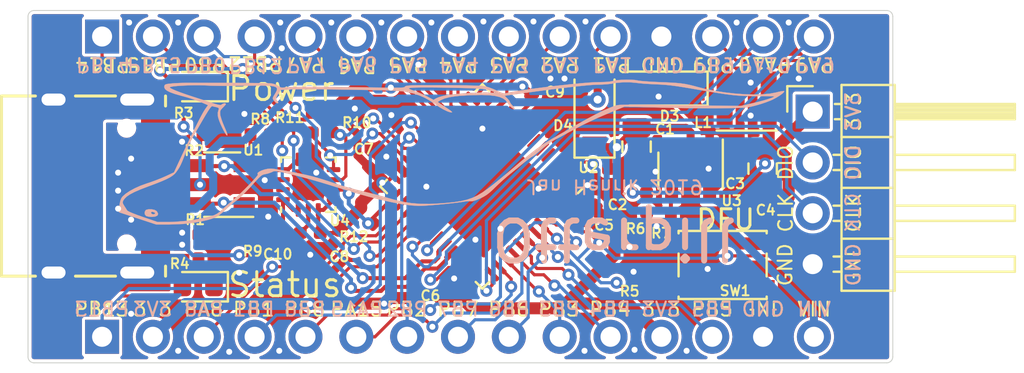
<source format=kicad_pcb>
(kicad_pcb (version 20171130) (host pcbnew 5.0.1)
  (layers (0 F.Cu signal) (31 B.Cu signal) (34 B.Paste user) (35 F.Paste user) (36 B.SilkS user) (37 F.SilkS user) (38 B.Mask user) (39 F.Mask user) (44 Edge.Cuts user))
  (net 0 "")
  (net 1 GND)
  (net 2 VBUS)
  (net 3 "Net-(C3-Pad2)")
  (net 4 "Net-(C3-Pad1)")
  (net 5 +3V3)
  (net 6 "Net-(D1-Pad1)")
  (net 7 "Net-(D2-Pad1)")
  (net 8 "Net-(J1-PadA8)")
  (net 9 "Net-(J1-PadB8)")
  (net 10 "Net-(R5-Pad1)")
  (net 11 "Net-(R6-Pad2)")
  (net 12 "Net-(U2-Pad7)")
  (net 13 "Net-(U2-Pad6)")
  (net 14 "Net-(U2-Pad5)")
  (net 15 "Net-(U2-Pad4)")
  (net 16 "Net-(U2-Pad3)")
  (net 17 "Net-(U3-Pad3)")
  (net 18 SWCLK)
  (net 19 SWDIO)
  (net 20 CC2)
  (net 21 CC1)
  (net 22 "Net-(R8-Pad2)")
  (net 23 "Net-(R9-Pad2)")
  (net 24 INT_N)
  (net 25 SDA)
  (net 26 SCL)
  (net 27 "Net-(U4-Pad13)")
  (net 28 "Net-(U4-Pad12)")
  (net 29 USB_P)
  (net 30 USB_N)
  (net 31 VIN)
  (net 32 315)
  (net 33 314)
  (net 34 313)
  (net 35 311)
  (net 36 310)
  (net 37 39)
  (net 38 38)
  (net 39 37)
  (net 40 36)
  (net 41 35)
  (net 42 33)
  (net 43 32)
  (net 44 31)
  (net 45 413)
  (net 46 411)
  (net 47 410)
  (net 48 49)
  (net 49 48)
  (net 50 47)
  (net 51 46)
  (net 52 45)
  (net 53 44)
  (net 54 43)
  (net 55 41)
  (net 56 312)
  (module Package_DFN_QFN:QFN-48-1EP_7x7mm_P0.5mm_EP5.6x5.6mm (layer F.Cu) (at 42.7 28.589949 225)
    (fp_text reference U2 (at -4.41231 -3.083022) (layer F.SilkS) (effects (font (size 0.5 0.5) (thickness 0.1))))
    (fp_text value STM32F072CBUx)
    (pad 48 smd roundrect (at -2.75 -3.4375 225) (size 0.25 0.875) (layers F.Cu F.Paste F.Mask) (net 5 +3V3))
    (pad 47 smd roundrect (at -2.25 -3.4375 225) (size 0.25 0.875) (layers F.Cu F.Paste F.Mask) (net 1 GND))
    (pad 46 smd roundrect (at -1.749999 -3.4375 225) (size 0.25 0.875) (layers F.Cu F.Paste F.Mask) (net 34 313))
    (pad 45 smd roundrect (at -1.25 -3.4375 225) (size 0.25 0.875) (layers F.Cu F.Paste F.Mask) (net 52 45))
    (pad 44 smd roundrect (at -0.750001 -3.4375 225) (size 0.25 0.875) (layers F.Cu F.Paste F.Mask) (net 10 "Net-(R5-Pad1)"))
    (pad 43 smd roundrect (at -0.25 -3.4375 225) (size 0.25 0.875) (layers F.Cu F.Paste F.Mask) (net 49 48))
    (pad 42 smd roundrect (at 0.25 -3.4375 225) (size 0.25 0.875) (layers F.Cu F.Paste F.Mask) (net 48 49))
    (pad 41 smd roundrect (at 0.750001 -3.4375 225) (size 0.25 0.875) (layers F.Cu F.Paste F.Mask) (net 45 413))
    (pad 40 smd roundrect (at 1.25 -3.4375 225) (size 0.25 0.875) (layers F.Cu F.Paste F.Mask) (net 46 411))
    (pad 39 smd roundrect (at 1.749999 -3.4375 225) (size 0.25 0.875) (layers F.Cu F.Paste F.Mask) (net 47 410))
    (pad 38 smd roundrect (at 2.25 -3.4375 225) (size 0.25 0.875) (layers F.Cu F.Paste F.Mask) (net 51 46))
    (pad 37 smd roundrect (at 2.75 -3.4375 225) (size 0.25 0.875) (layers F.Cu F.Paste F.Mask) (net 18 SWCLK))
    (pad 36 smd roundrect (at 3.4375 -2.75 225) (size 0.875 0.25) (layers F.Cu F.Paste F.Mask) (net 5 +3V3))
    (pad 35 smd roundrect (at 3.4375 -2.25 225) (size 0.875 0.25) (layers F.Cu F.Paste F.Mask) (net 1 GND))
    (pad 34 smd roundrect (at 3.4375 -1.749999 225) (size 0.875 0.25) (layers F.Cu F.Paste F.Mask) (net 19 SWDIO))
    (pad 33 smd roundrect (at 3.4375 -1.25 225) (size 0.875 0.25) (layers F.Cu F.Paste F.Mask) (net 29 USB_P))
    (pad 32 smd roundrect (at 3.4375 -0.750001 225) (size 0.875 0.25) (layers F.Cu F.Paste F.Mask) (net 30 USB_N))
    (pad 31 smd roundrect (at 3.4375 -0.25 225) (size 0.875 0.25) (layers F.Cu F.Paste F.Mask) (net 33 314))
    (pad 30 smd roundrect (at 3.4375 0.25 225) (size 0.875 0.25) (layers F.Cu F.Paste F.Mask) (net 32 315))
    (pad 29 smd roundrect (at 3.4375 0.750001 225) (size 0.875 0.25) (layers F.Cu F.Paste F.Mask) (net 54 43))
    (pad 28 smd roundrect (at 3.4375 1.25 225) (size 0.875 0.25) (layers F.Cu F.Paste F.Mask) (net 43 32))
    (pad 27 smd roundrect (at 3.4375 1.749999 225) (size 0.875 0.25) (layers F.Cu F.Paste F.Mask) (net 44 31))
    (pad 26 smd roundrect (at 3.4375 2.25 225) (size 0.875 0.25) (layers F.Cu F.Paste F.Mask) (net 55 41))
    (pad 25 smd roundrect (at 3.4375 2.75 225) (size 0.875 0.25) (layers F.Cu F.Paste F.Mask) (net 24 INT_N))
    (pad 24 smd roundrect (at 2.75 3.4375 225) (size 0.25 0.875) (layers F.Cu F.Paste F.Mask) (net 5 +3V3))
    (pad 23 smd roundrect (at 2.25 3.4375 225) (size 0.25 0.875) (layers F.Cu F.Paste F.Mask) (net 1 GND))
    (pad 22 smd roundrect (at 1.749999 3.4375 225) (size 0.25 0.875) (layers F.Cu F.Paste F.Mask) (net 25 SDA))
    (pad 21 smd roundrect (at 1.25 3.4375 225) (size 0.25 0.875) (layers F.Cu F.Paste F.Mask) (net 26 SCL))
    (pad 20 smd roundrect (at 0.750001 3.4375 225) (size 0.25 0.875) (layers F.Cu F.Paste F.Mask) (net 50 47))
    (pad 19 smd roundrect (at 0.25 3.4375 225) (size 0.25 0.875) (layers F.Cu F.Paste F.Mask) (net 53 44))
    (pad 18 smd roundrect (at -0.25 3.4375 225) (size 0.25 0.875) (layers F.Cu F.Paste F.Mask) (net 42 33))
    (pad 17 smd roundrect (at -0.750001 3.4375 225) (size 0.25 0.875) (layers F.Cu F.Paste F.Mask) (net 41 35))
    (pad 16 smd roundrect (at -1.25 3.4375 225) (size 0.25 0.875) (layers F.Cu F.Paste F.Mask) (net 40 36))
    (pad 15 smd roundrect (at -1.749999 3.4375 225) (size 0.25 0.875) (layers F.Cu F.Paste F.Mask) (net 39 37))
    (pad 14 smd roundrect (at -2.25 3.4375 225) (size 0.25 0.875) (layers F.Cu F.Paste F.Mask) (net 38 38))
    (pad 13 smd roundrect (at -2.75 3.4375 225) (size 0.25 0.875) (layers F.Cu F.Paste F.Mask) (net 37 39))
    (pad 12 smd roundrect (at -3.4375 2.75 225) (size 0.875 0.25) (layers F.Cu F.Paste F.Mask) (net 36 310))
    (pad 11 smd roundrect (at -3.4375 2.25 225) (size 0.875 0.25) (layers F.Cu F.Paste F.Mask) (net 35 311))
    (pad 10 smd roundrect (at -3.4375 1.749999 225) (size 0.875 0.25) (layers F.Cu F.Paste F.Mask) (net 56 312))
    (pad 9 smd roundrect (at -3.4375 1.25 225) (size 0.875 0.25) (layers F.Cu F.Paste F.Mask) (net 5 +3V3))
    (pad 8 smd roundrect (at -3.4375 0.750001 225) (size 0.875 0.25) (layers F.Cu F.Paste F.Mask) (net 1 GND))
    (pad 7 smd roundrect (at -3.4375 0.25 225) (size 0.875 0.25) (layers F.Cu F.Paste F.Mask) (net 12 "Net-(U2-Pad7)"))
    (pad 6 smd roundrect (at -3.4375 -0.25 225) (size 0.875 0.25) (layers F.Cu F.Paste F.Mask) (net 13 "Net-(U2-Pad6)"))
    (pad 5 smd roundrect (at -3.4375 -0.750001 225) (size 0.875 0.25) (layers F.Cu F.Paste F.Mask) (net 14 "Net-(U2-Pad5)"))
    (pad 4 smd roundrect (at -3.4375 -1.25 225) (size 0.875 0.25) (layers F.Cu F.Paste F.Mask) (net 15 "Net-(U2-Pad4)"))
    (pad 3 smd roundrect (at -3.4375 -1.749999 225) (size 0.875 0.25) (layers F.Cu F.Paste F.Mask) (net 16 "Net-(U2-Pad3)"))
    (pad 2 smd roundrect (at -3.4375 -2.25 225) (size 0.875 0.25) (layers F.Cu F.Paste F.Mask) (net 10 "Net-(R5-Pad1)"))
    (pad 1 smd roundrect (at -3.4375 -2.75 225) (size 0.875 0.25) (layers F.Cu F.Paste F.Mask) (net 5 +3V3))
    (pad 49 smd roundrect (at 0 0 225) (size 5 5) (layers F.Cu F.Mask) (roundrect_rratio 0.045) (net 1 GND))
  )
  (module Diode_SMD:D_SOD-123 (layer F.Cu) (at 51.7 23.7 180)
    (fp_text reference D3 (at -0.35 -1.375 180) (layer F.SilkS) (effects (font (size 0.5 0.5) (thickness 0.1))))
    (fp_text value SS310)
    (pad 2 smd rect (at 1.65 0 180) (size 0.9 1.2) (layers F.Cu F.Paste F.Mask) (net 1 GND))
    (pad 1 smd rect (at -1.65 0 180) (size 0.9 1.2) (layers F.Cu F.Paste F.Mask) (net 3 "Net-(C3-Pad2)"))
  )
  (module Inductor_SMD:L_Taiyo-Yuden_MD-3030 (layer F.Cu) (at 55.9 24.2)
    (fp_text reference L1 (at -2.175 1.2) (layer F.SilkS) (effects (font (size 0.5 0.5) (thickness 0.1))))
    (fp_text value 4u7)
    (pad 2 smd rect (at 1.1 0) (size 0.8 2.7) (layers F.Cu F.Paste F.Mask) (net 5 +3V3))
    (pad 1 smd rect (at -1.1 0) (size 0.8 2.7) (layers F.Cu F.Paste F.Mask) (net 3 "Net-(C3-Pad2)"))
  )
  (module Connector_PinHeader_2.54mm:PinHeader_1x15_P2.54mm_Vertical (layer F.Cu) (at 23.7 21.1 90)
    (fp_text reference J3 hide)
    (fp_text value 1)
    (pad 15 thru_hole oval (at 0 35.56 90) (size 1.7 1.7) (drill 1) (layers *.Cu *.Mask) (net 32 315))
    (pad 14 thru_hole oval (at 0 33.02 90) (size 1.7 1.7) (drill 1) (layers *.Cu *.Mask) (net 33 314))
    (pad 13 thru_hole oval (at 0 30.48 90) (size 1.7 1.7) (drill 1) (layers *.Cu *.Mask) (net 34 313))
    (pad 12 thru_hole oval (at 0 27.94 90) (size 1.7 1.7) (drill 1) (layers *.Cu *.Mask) (net 1 GND))
    (pad 11 thru_hole oval (at 0 25.4 90) (size 1.7 1.7) (drill 1) (layers *.Cu *.Mask) (net 35 311))
    (pad 10 thru_hole oval (at 0 22.86 90) (size 1.7 1.7) (drill 1) (layers *.Cu *.Mask) (net 36 310))
    (pad 9 thru_hole oval (at 0 20.32 90) (size 1.7 1.7) (drill 1) (layers *.Cu *.Mask) (net 37 39))
    (pad 8 thru_hole oval (at 0 17.78 90) (size 1.7 1.7) (drill 1) (layers *.Cu *.Mask) (net 38 38))
    (pad 7 thru_hole oval (at 0 15.24 90) (size 1.7 1.7) (drill 1) (layers *.Cu *.Mask) (net 39 37))
    (pad 6 thru_hole oval (at 0 12.7 90) (size 1.7 1.7) (drill 1) (layers *.Cu *.Mask) (net 40 36))
    (pad 5 thru_hole oval (at 0 10.16 90) (size 1.7 1.7) (drill 1) (layers *.Cu *.Mask) (net 41 35))
    (pad 4 thru_hole oval (at 0 7.62 90) (size 1.7 1.7) (drill 1) (layers *.Cu *.Mask) (net 24 INT_N))
    (pad 3 thru_hole oval (at 0 5.08 90) (size 1.7 1.7) (drill 1) (layers *.Cu *.Mask) (net 42 33))
    (pad 2 thru_hole oval (at 0 2.54 90) (size 1.7 1.7) (drill 1) (layers *.Cu *.Mask) (net 43 32))
    (pad 1 thru_hole rect (at 0 0 90) (size 1.7 1.7) (drill 1) (layers *.Cu *.Mask) (net 44 31))
  )
  (module Connector_PinHeader_2.54mm:PinHeader_1x15_P2.54mm_Vertical (layer F.Cu) (at 23.7 36.1 90)
    (fp_text reference J4 hide)
    (fp_text value 2)
    (pad 15 thru_hole oval (at 0 35.56 90) (size 1.7 1.7) (drill 1) (layers *.Cu *.Mask) (net 31 VIN))
    (pad 14 thru_hole oval (at 0 33.02 90) (size 1.7 1.7) (drill 1) (layers *.Cu *.Mask) (net 1 GND))
    (pad 13 thru_hole oval (at 0 30.48 90) (size 1.7 1.7) (drill 1) (layers *.Cu *.Mask) (net 45 413))
    (pad 12 thru_hole oval (at 0 27.94 90) (size 1.7 1.7) (drill 1) (layers *.Cu *.Mask) (net 5 +3V3))
    (pad 11 thru_hole oval (at 0 25.4 90) (size 1.7 1.7) (drill 1) (layers *.Cu *.Mask) (net 46 411))
    (pad 10 thru_hole oval (at 0 22.86 90) (size 1.7 1.7) (drill 1) (layers *.Cu *.Mask) (net 47 410))
    (pad 9 thru_hole oval (at 0 20.32 90) (size 1.7 1.7) (drill 1) (layers *.Cu *.Mask) (net 48 49))
    (pad 8 thru_hole oval (at 0 17.78 90) (size 1.7 1.7) (drill 1) (layers *.Cu *.Mask) (net 49 48))
    (pad 7 thru_hole oval (at 0 15.24 90) (size 1.7 1.7) (drill 1) (layers *.Cu *.Mask) (net 50 47))
    (pad 6 thru_hole oval (at 0 12.7 90) (size 1.7 1.7) (drill 1) (layers *.Cu *.Mask) (net 51 46))
    (pad 5 thru_hole oval (at 0 10.16 90) (size 1.7 1.7) (drill 1) (layers *.Cu *.Mask) (net 52 45))
    (pad 4 thru_hole oval (at 0 7.62 90) (size 1.7 1.7) (drill 1) (layers *.Cu *.Mask) (net 53 44))
    (pad 3 thru_hole oval (at 0 5.08 90) (size 1.7 1.7) (drill 1) (layers *.Cu *.Mask) (net 54 43))
    (pad 2 thru_hole oval (at 0 2.54 90) (size 1.7 1.7) (drill 1) (layers *.Cu *.Mask) (net 5 +3V3))
    (pad 1 thru_hole rect (at 0 0 90) (size 1.7 1.7) (drill 1) (layers *.Cu *.Mask) (net 55 41))
  )
  (module Button_Switch_SMD:SW_SPST_PTS810 (layer F.Cu) (at 54.7 32.512 180)
    (fp_text reference SW1 (at -0.625 -1.288 180) (layer F.SilkS) (effects (font (size 0.5 0.5) (thickness 0.1))))
    (fp_text value SW_Push)
    (pad 2 smd rect (at 2.075 1.075 180) (size 1.05 0.65) (layers F.Cu F.Paste F.Mask) (net 5 +3V3))
    (pad 2 smd rect (at -2.075 1.075 180) (size 1.05 0.65) (layers F.Cu F.Paste F.Mask) (net 5 +3V3))
    (pad 1 smd rect (at 2.075 -1.075 180) (size 1.05 0.65) (layers F.Cu F.Paste F.Mask) (net 10 "Net-(R5-Pad1)"))
    (pad 1 smd rect (at -2.075 -1.075 180) (size 1.05 0.65) (layers F.Cu F.Paste F.Mask) (net 10 "Net-(R5-Pad1)"))
  )
  (module Diode_SMD:D_SOD-123 (layer F.Cu) (at 48.3 24.9 90)
    (fp_text reference D4 (at -0.65 -1.575 180) (layer F.SilkS) (effects (font (size 0.5 0.5) (thickness 0.1))))
    (fp_text value SS310)
    (pad 2 smd rect (at 1.65 0 90) (size 0.9 1.2) (layers F.Cu F.Paste F.Mask) (net 2 VBUS))
    (pad 1 smd rect (at -1.65 0 90) (size 0.9 1.2) (layers F.Cu F.Paste F.Mask) (net 31 VIN))
  )
  (module Capacitor_SMD:C_0402_1005Metric (layer F.Cu) (at 33.6 31.4 270)
    (fp_text reference C10 (at 0.575 1.125) (layer F.SilkS) (effects (font (size 0.5 0.5) (thickness 0.1))))
    (fp_text value 100n)
    (pad 2 smd roundrect (at 0.485 0 270) (size 0.59 0.64) (layers F.Cu F.Paste F.Mask) (net 1 GND))
    (pad 1 smd roundrect (at -0.485 0 270) (size 0.59 0.64) (layers F.Cu F.Paste F.Mask) (net 2 VBUS))
  )
  (module Capacitor_SMD:C_0402_1005Metric (layer F.Cu) (at 45.5 24.4 315)
    (fp_text reference C9 (at 0.213769 -0.956231) (layer F.SilkS) (effects (font (size 0.5 0.5) (thickness 0.1))))
    (fp_text value 100n)
    (pad 2 smd roundrect (at 0.485 0 315) (size 0.59 0.64) (layers F.Cu F.Paste F.Mask) (net 1 GND))
    (pad 1 smd roundrect (at -0.485 0 315) (size 0.59 0.64) (layers F.Cu F.Paste F.Mask) (net 5 +3V3))
  )
  (module Capacitor_SMD:C_0402_1005Metric (layer F.Cu) (at 34.6 31.4 270)
    (fp_text reference C8 (at 0.7 -0.95) (layer F.SilkS) (effects (font (size 0.5 0.5) (thickness 0.1))))
    (fp_text value 100n)
    (pad 2 smd roundrect (at 0.485 0 270) (size 0.59 0.64) (layers F.Cu F.Paste F.Mask) (net 1 GND))
    (pad 1 smd roundrect (at -0.485 0 270) (size 0.59 0.64) (layers F.Cu F.Paste F.Mask) (net 5 +3V3))
  )
  (module Capacitor_SMD:C_0402_1005Metric (layer F.Cu) (at 37.4 27.3 45)
    (fp_text reference C7 (at -0.035355 -0.848528 180) (layer F.SilkS) (effects (font (size 0.5 0.5) (thickness 0.1))))
    (fp_text value 100n)
    (pad 2 smd roundrect (at 0.485 0 45) (size 0.59 0.64) (layers F.Cu F.Paste F.Mask) (net 1 GND))
    (pad 1 smd roundrect (at -0.485 0 45) (size 0.59 0.64) (layers F.Cu F.Paste F.Mask) (net 5 +3V3))
  )
  (module Capacitor_SMD:C_0402_1005Metric (layer F.Cu) (at 41.342947 33.842947 135)
    (fp_text reference C6 (at 0.732488 -1.025305 180) (layer F.SilkS) (effects (font (size 0.5 0.5) (thickness 0.1))))
    (fp_text value 100n)
    (pad 2 smd roundrect (at 0.485 0 135) (size 0.59 0.64) (layers F.Cu F.Paste F.Mask) (net 1 GND))
    (pad 1 smd roundrect (at -0.485 0 135) (size 0.59 0.64) (layers F.Cu F.Paste F.Mask) (net 5 +3V3))
  )
  (module Capacitor_SMD:C_0402_1005Metric (layer F.Cu) (at 48 29.9 225)
    (fp_text reference C5 (at -0.106066 -0.989949) (layer F.SilkS) (effects (font (size 0.5 0.5) (thickness 0.1))))
    (fp_text value 100n)
    (pad 2 smd roundrect (at 0.485 0 225) (size 0.59 0.64) (layers F.Cu F.Paste F.Mask) (net 1 GND))
    (pad 1 smd roundrect (at -0.485 0 225) (size 0.59 0.64) (layers F.Cu F.Paste F.Mask) (net 5 +3V3))
  )
  (module Capacitor_SMD:C_0402_1005Metric (layer F.Cu) (at 55.3 27.2 90)
    (fp_text reference C3 (at -1.25 0.025 180) (layer F.SilkS) (effects (font (size 0.5 0.5) (thickness 0.1))))
    (fp_text value 100n)
    (pad 2 smd roundrect (at 0.485 0 90) (size 0.59 0.64) (layers F.Cu F.Paste F.Mask) (net 3 "Net-(C3-Pad2)"))
    (pad 1 smd roundrect (at -0.485 0 90) (size 0.59 0.64) (layers F.Cu F.Paste F.Mask) (net 4 "Net-(C3-Pad1)"))
  )
  (module Capacitor_SMD:C_0402_1005Metric (layer F.Cu) (at 49 28.2 270)
    (fp_text reference C2 (at 1.3 -0.45) (layer F.SilkS) (effects (font (size 0.5 0.5) (thickness 0.1))))
    (fp_text value 100n)
    (pad 2 smd roundrect (at 0.485 0 270) (size 0.59 0.64) (layers F.Cu F.Paste F.Mask) (net 1 GND))
    (pad 1 smd roundrect (at -0.485 0 270) (size 0.59 0.64) (layers F.Cu F.Paste F.Mask) (net 31 VIN))
  )
  (module Resistor_SMD:R_0402_1005Metric (layer F.Cu) (at 36.9 30.1 315)
    (fp_text reference R12 (at 0.265165 1.149049 180) (layer F.SilkS) (effects (font (size 0.5 0.5) (thickness 0.1))))
    (fp_text value 5k1)
    (pad 2 smd roundrect (at 0.485 0 315) (size 0.59 0.64) (layers F.Cu F.Paste F.Mask) (net 24 INT_N))
    (pad 1 smd roundrect (at -0.485 0 315) (size 0.59 0.64) (layers F.Cu F.Paste F.Mask) (net 5 +3V3))
  )
  (module Resistor_SMD:R_0402_1005Metric (layer F.Cu) (at 34.2 25.4 270)
    (fp_text reference R11 (at -0.25 1.125) (layer F.SilkS) (effects (font (size 0.5 0.5) (thickness 0.1))))
    (fp_text value 5k1)
    (pad 2 smd roundrect (at 0.485 0 270) (size 0.59 0.64) (layers F.Cu F.Paste F.Mask) (net 25 SDA))
    (pad 1 smd roundrect (at -0.485 0 270) (size 0.59 0.64) (layers F.Cu F.Paste F.Mask) (net 5 +3V3))
  )
  (module Resistor_SMD:R_0402_1005Metric (layer F.Cu) (at 35.2 25.399999 270)
    (fp_text reference R10 (at 0 -1.225) (layer F.SilkS) (effects (font (size 0.5 0.5) (thickness 0.1))))
    (fp_text value 5k1)
    (pad 2 smd roundrect (at 0.485 0 270) (size 0.59 0.64) (layers F.Cu F.Paste F.Mask) (net 26 SCL))
    (pad 1 smd roundrect (at -0.485 0 270) (size 0.59 0.64) (layers F.Cu F.Paste F.Mask) (net 5 +3V3))
  )
  (module Resistor_SMD:R_0402_1005Metric (layer F.Cu) (at 31.6 31)
    (fp_text reference R9 (at -0.375 0.825) (layer F.SilkS) (effects (font (size 0.5 0.5) (thickness 0.1))))
    (fp_text value 0)
    (pad 2 smd roundrect (at 0.485 0) (size 0.59 0.64) (layers F.Cu F.Paste F.Mask) (net 23 "Net-(R9-Pad2)"))
    (pad 1 smd roundrect (at -0.485 0) (size 0.59 0.64) (layers F.Cu F.Paste F.Mask) (net 20 CC2))
  )
  (module Resistor_SMD:R_0402_1005Metric (layer F.Cu) (at 31.6 26)
    (fp_text reference R8 (at 0 -0.775) (layer F.SilkS) (effects (font (size 0.5 0.5) (thickness 0.1))))
    (fp_text value 0)
    (pad 2 smd roundrect (at 0.485 0) (size 0.59 0.64) (layers F.Cu F.Paste F.Mask) (net 22 "Net-(R8-Pad2)"))
    (pad 1 smd roundrect (at -0.485 0) (size 0.59 0.64) (layers F.Cu F.Paste F.Mask) (net 21 CC1))
  )
  (module Resistor_SMD:R_0402_1005Metric (layer F.Cu) (at 52.6 30.1)
    (fp_text reference R7 (at -0.975 0.825) (layer F.SilkS) (effects (font (size 0.5 0.5) (thickness 0.1))))
    (fp_text value 5k1)
    (pad 2 smd roundrect (at 0.485 0) (size 0.59 0.64) (layers F.Cu F.Paste F.Mask) (net 1 GND))
    (pad 1 smd roundrect (at -0.485 0) (size 0.59 0.64) (layers F.Cu F.Paste F.Mask) (net 11 "Net-(R6-Pad2)"))
  )
  (module Resistor_SMD:R_0402_1005Metric (layer F.Cu) (at 50.9 29.4 270)
    (fp_text reference R6 (at 1.3 0.55) (layer F.SilkS) (effects (font (size 0.5 0.5) (thickness 0.1))))
    (fp_text value 16k)
    (pad 2 smd roundrect (at 0.485 0 270) (size 0.59 0.64) (layers F.Cu F.Paste F.Mask) (net 11 "Net-(R6-Pad2)"))
    (pad 1 smd roundrect (at -0.485 0 270) (size 0.59 0.64) (layers F.Cu F.Paste F.Mask) (net 5 +3V3))
  )
  (module Resistor_SMD:R_0402_1005Metric (layer F.Cu) (at 51 33.1 90)
    (fp_text reference R5 (at -0.725 -0.946 180) (layer F.SilkS) (effects (font (size 0.5 0.5) (thickness 0.1))))
    (fp_text value 5k1)
    (pad 2 smd roundrect (at 0.485 0 90) (size 0.59 0.64) (layers F.Cu F.Paste F.Mask) (net 1 GND))
    (pad 1 smd roundrect (at -0.485 0 90) (size 0.59 0.64) (layers F.Cu F.Paste F.Mask) (net 10 "Net-(R5-Pad1)"))
  )
  (module Resistor_SMD:R_0402_1005Metric (layer F.Cu) (at 29 32.2)
    (fp_text reference R4 (at -1.425 0.25) (layer F.SilkS) (effects (font (size 0.5 0.5) (thickness 0.1))))
    (fp_text value 5k1)
    (pad 2 smd roundrect (at 0.485 0) (size 0.59 0.64) (layers F.Cu F.Paste F.Mask) (net 1 GND))
    (pad 1 smd roundrect (at -0.485 0) (size 0.59 0.64) (layers F.Cu F.Paste F.Mask) (net 7 "Net-(D2-Pad1)"))
  )
  (module Resistor_SMD:R_0402_1005Metric (layer F.Cu) (at 29.2 24.9)
    (fp_text reference R3 (at -1.425 0.025) (layer F.SilkS) (effects (font (size 0.5 0.5) (thickness 0.1))))
    (fp_text value 5k1)
    (pad 2 smd roundrect (at 0.485 0) (size 0.59 0.64) (layers F.Cu F.Paste F.Mask) (net 1 GND))
    (pad 1 smd roundrect (at -0.485 0) (size 0.59 0.64) (layers F.Cu F.Paste F.Mask) (net 6 "Net-(D1-Pad1)"))
  )
  (module Resistor_SMD:R_0402_1005Metric (layer F.Cu) (at 29.2 26 180)
    (fp_text reference R2 (at 0.9 -0.8 180) (layer F.SilkS) (effects (font (size 0.5 0.5) (thickness 0.1))))
    (fp_text value DNP)
    (pad 2 smd roundrect (at 0.485 0 180) (size 0.59 0.64) (layers F.Cu F.Paste F.Mask) (net 21 CC1))
    (pad 1 smd roundrect (at -0.485 0 180) (size 0.59 0.64) (layers F.Cu F.Paste F.Mask) (net 1 GND))
  )
  (module Resistor_SMD:R_0402_1005Metric (layer F.Cu) (at 29 31 180)
    (fp_text reference R1 (at 0.65 0.75 180) (layer F.SilkS) (effects (font (size 0.5 0.5) (thickness 0.1))))
    (fp_text value DNP)
    (pad 2 smd roundrect (at 0.485 0 180) (size 0.59 0.64) (layers F.Cu F.Paste F.Mask) (net 20 CC2))
    (pad 1 smd roundrect (at -0.485 0 180) (size 0.59 0.64) (layers F.Cu F.Paste F.Mask) (net 1 GND))
  )
  (module Package_DFN_QFN:WQFN-14-1EP_2.5x2.5mm_P0.5mm_EP1.45x1.45mm (layer F.Cu) (at 34 28.5 90)
    (fp_text reference U4 (at -1.8 1.575 180) (layer F.SilkS) (effects (font (size 0.5 0.5) (thickness 0.1))))
    (fp_text value FUSB302BMPX)
    (pad 14 smd roundrect (at -0.75 -1.2625 90) (size 0.25 0.675) (layers F.Cu F.Paste F.Mask) (net 23 "Net-(R9-Pad2)"))
    (pad 13 smd roundrect (at -0.25 -1.2625 90) (size 0.25 0.675) (layers F.Cu F.Paste F.Mask) (net 27 "Net-(U4-Pad13)"))
    (pad 12 smd roundrect (at 0.25 -1.2625 90) (size 0.25 0.675) (layers F.Cu F.Paste F.Mask) (net 28 "Net-(U4-Pad12)"))
    (pad 11 smd roundrect (at 0.75 -1.2625 90) (size 0.25 0.675) (layers F.Cu F.Paste F.Mask) (net 22 "Net-(R8-Pad2)"))
    (pad 10 smd roundrect (at 1.2625 -0.5 90) (size 0.675 0.25) (layers F.Cu F.Paste F.Mask) (net 22 "Net-(R8-Pad2)"))
    (pad 9 smd roundrect (at 1.2625 0 90) (size 0.675 0.25) (layers F.Cu F.Paste F.Mask) (net 1 GND))
    (pad 8 smd roundrect (at 1.2625 0.5 90) (size 0.675 0.25) (layers F.Cu F.Paste F.Mask) (net 1 GND))
    (pad 7 smd roundrect (at 0.75 1.2625 90) (size 0.25 0.675) (layers F.Cu F.Paste F.Mask) (net 25 SDA))
    (pad 6 smd roundrect (at 0.25 1.2625 90) (size 0.25 0.675) (layers F.Cu F.Paste F.Mask) (net 26 SCL))
    (pad 5 smd roundrect (at -0.25 1.2625 90) (size 0.25 0.675) (layers F.Cu F.Paste F.Mask) (net 24 INT_N))
    (pad 4 smd roundrect (at -0.75 1.2625 90) (size 0.25 0.675) (layers F.Cu F.Paste F.Mask) (net 5 +3V3))
    (pad 3 smd roundrect (at -1.2625 0.5 90) (size 0.675 0.25) (layers F.Cu F.Paste F.Mask) (net 5 +3V3))
    (pad 2 smd roundrect (at -1.2625 0 90) (size 0.675 0.25) (layers F.Cu F.Paste F.Mask) (net 2 VBUS))
    (pad 1 smd roundrect (at -1.2625 -0.5 90) (size 0.675 0.25) (layers F.Cu F.Paste F.Mask) (net 23 "Net-(R9-Pad2)"))
    (pad 15 smd roundrect (at 0 0 90) (size 1.45 1.45) (layers F.Cu F.Mask) (roundrect_rratio 0.172414) (net 1 GND))
  )
  (module Connector_PinHeader_2.54mm:PinHeader_1x04_P2.54mm_Horizontal (layer F.Cu) (at 59.2 24.85)
    (fp_text reference J5 hide)
    (fp_text value SWD)
    (pad 4 thru_hole oval (at 0 7.62) (size 1.7 1.7) (drill 1) (layers *.Cu *.Mask) (net 1 GND))
    (pad 3 thru_hole oval (at 0 5.08) (size 1.7 1.7) (drill 1) (layers *.Cu *.Mask) (net 18 SWCLK))
    (pad 2 thru_hole oval (at 0 2.54) (size 1.7 1.7) (drill 1) (layers *.Cu *.Mask) (net 19 SWDIO))
    (pad 1 thru_hole rect (at 0 0) (size 1.7 1.7) (drill 1) (layers *.Cu *.Mask) (net 5 +3V3))
  )
  (module Package_TO_SOT_SMD:SOT-23-6 (layer F.Cu) (at 53.1 27.8 270)
    (fp_text reference U3 (at 1.5 -2.05) (layer F.SilkS) (effects (font (size 0.5 0.5) (thickness 0.1))))
    (fp_text value ACT4088)
    (pad 5 smd rect (at 1.1 0 270) (size 1.06 0.65) (layers F.Cu F.Paste F.Mask) (net 1 GND))
    (pad 6 smd rect (at 1.1 -0.95 270) (size 1.06 0.65) (layers F.Cu F.Paste F.Mask) (net 4 "Net-(C3-Pad1)"))
    (pad 4 smd rect (at 1.1 0.95 270) (size 1.06 0.65) (layers F.Cu F.Paste F.Mask) (net 11 "Net-(R6-Pad2)"))
    (pad 3 smd rect (at -1.1 0.95 270) (size 1.06 0.65) (layers F.Cu F.Paste F.Mask) (net 17 "Net-(U3-Pad3)"))
    (pad 2 smd rect (at -1.1 0 270) (size 1.06 0.65) (layers F.Cu F.Paste F.Mask) (net 31 VIN))
    (pad 1 smd rect (at -1.1 -0.95 270) (size 1.06 0.65) (layers F.Cu F.Paste F.Mask) (net 3 "Net-(C3-Pad2)"))
  )
  (module Package_TO_SOT_SMD:SOT-23-6 (layer F.Cu) (at 29.7 28.5 180)
    (fp_text reference U1 (at -1.55 1.725 180) (layer F.SilkS) (effects (font (size 0.5 0.5) (thickness 0.1))))
    (fp_text value USBLC6-4)
    (pad 5 smd rect (at 1.1 0 180) (size 1.06 0.65) (layers F.Cu F.Paste F.Mask) (net 5 +3V3))
    (pad 6 smd rect (at 1.1 -0.95 180) (size 1.06 0.65) (layers F.Cu F.Paste F.Mask) (net 29 USB_P))
    (pad 4 smd rect (at 1.1 0.95 180) (size 1.06 0.65) (layers F.Cu F.Paste F.Mask) (net 30 USB_N))
    (pad 3 smd rect (at -1.1 0.95 180) (size 1.06 0.65) (layers F.Cu F.Paste F.Mask) (net 21 CC1))
    (pad 2 smd rect (at -1.1 0 180) (size 1.06 0.65) (layers F.Cu F.Paste F.Mask) (net 1 GND))
    (pad 1 smd rect (at -1.1 -0.95 180) (size 1.06 0.65) (layers F.Cu F.Paste F.Mask) (net 20 CC2))
  )
  (module "otter:USB-C 16Pin" (layer F.Cu) (at 26.369999 28.57 270)
    (fp_text reference J1 hide)
    (fp_text value USB-c)
    (pad S1 thru_hole oval (at -4.32 0.915 270) (size 1 2.1) (drill oval 0.6 1.7) (layers *.Cu *.Mask) (net 1 GND))
    (pad S1 thru_hole oval (at 4.32 0.915 270) (size 1 2.1) (drill oval 0.6 1.7) (layers *.Cu *.Mask) (net 1 GND))
    (pad S1 thru_hole oval (at -4.32 5.095 270) (size 1 1.6) (drill oval 0.6 1.2) (layers *.Cu *.Mask) (net 1 GND))
    (pad S1 thru_hole oval (at 4.32 5.095 270) (size 1 1.6) (drill oval 0.6 1.2) (layers *.Cu *.Mask) (net 1 GND))
    (pad "" np_thru_hole circle (at 2.89 1.445 270) (size 0.65 0.65) (drill 0.65) (layers *.Cu *.Mask))
    (pad "" np_thru_hole circle (at -2.89 1.445 270) (size 0.65 0.65) (drill 0.65) (layers *.Cu *.Mask))
    (pad B1 smd rect (at 3.2 0 270) (size 0.6 1.45) (layers F.Cu F.Paste F.Mask) (net 1 GND))
    (pad B4 smd rect (at 2.4 0 270) (size 0.6 1.45) (layers F.Cu F.Paste F.Mask) (net 2 VBUS))
    (pad B5 smd rect (at 1.75 0 270) (size 0.3 1.45) (layers F.Cu F.Paste F.Mask) (net 20 CC2))
    (pad A8 smd rect (at 1.25 0 270) (size 0.3 1.45) (layers F.Cu F.Paste F.Mask) (net 8 "Net-(J1-PadA8)"))
    (pad B6 smd rect (at 0.75 0 270) (size 0.3 1.45) (layers F.Cu F.Paste F.Mask) (net 29 USB_P))
    (pad A7 smd rect (at 0.25 0 270) (size 0.3 1.45) (layers F.Cu F.Paste F.Mask) (net 30 USB_N))
    (pad A6 smd rect (at -0.25 0 270) (size 0.3 1.45) (layers F.Cu F.Paste F.Mask) (net 29 USB_P))
    (pad B7 smd rect (at -0.75 0 270) (size 0.3 1.45) (layers F.Cu F.Paste F.Mask) (net 30 USB_N))
    (pad A5 smd rect (at -1.25 0 270) (size 0.3 1.45) (layers F.Cu F.Paste F.Mask) (net 21 CC1))
    (pad B8 smd rect (at -1.75 0 270) (size 0.3 1.45) (layers F.Cu F.Paste F.Mask) (net 9 "Net-(J1-PadB8)"))
    (pad A4 smd rect (at -2.4 0 270) (size 0.6 1.45) (layers F.Cu F.Paste F.Mask) (net 2 VBUS))
    (pad A1 smd rect (at -3.2 0 270) (size 0.6 1.45) (layers F.Cu F.Paste F.Mask) (net 1 GND))
  )
  (module LED_SMD:LED_0603_1608Metric (layer F.Cu) (at 28.5 33.6 180)
    (fp_text reference D2 hide)
    (fp_text value LED)
    (pad 2 smd roundrect (at 0.7875 0 180) (size 0.875 0.95) (layers F.Cu F.Paste F.Mask) (net 55 41))
    (pad 1 smd roundrect (at -0.7875 0 180) (size 0.875 0.95) (layers F.Cu F.Paste F.Mask) (net 7 "Net-(D2-Pad1)"))
  )
  (module LED_SMD:LED_0603_1608Metric (layer F.Cu) (at 28.5 23.6 180)
    (fp_text reference D1 hide)
    (fp_text value LED)
    (pad 2 smd roundrect (at 0.7875 0 180) (size 0.875 0.95) (layers F.Cu F.Paste F.Mask) (net 5 +3V3))
    (pad 1 smd roundrect (at -0.7875 0 180) (size 0.875 0.95) (layers F.Cu F.Paste F.Mask) (net 6 "Net-(D1-Pad1)"))
  )
  (module Capacitor_SMD:C_0805_2012Metric (layer F.Cu) (at 56.7 27.7 270)
    (fp_text reference C4 (at 2.075 -0.15) (layer F.SilkS) (effects (font (size 0.5 0.5) (thickness 0.1))))
    (fp_text value 10u)
    (pad 2 smd roundrect (at 0.9375 0 270) (size 0.975 1.4) (layers F.Cu F.Paste F.Mask) (net 1 GND))
    (pad 1 smd roundrect (at -0.9375 0 270) (size 0.975 1.4) (layers F.Cu F.Paste F.Mask) (net 5 +3V3))
  )
  (module Capacitor_SMD:C_0805_2012Metric (layer F.Cu) (at 50.4 26.6 270)
    (fp_text reference C1 (at -0.875 -1.425) (layer F.SilkS) (effects (font (size 0.5 0.5) (thickness 0.1))))
    (fp_text value 10u)
    (pad 2 smd roundrect (at 0.9375 0 270) (size 0.975 1.4) (layers F.Cu F.Paste F.Mask) (net 1 GND))
    (pad 1 smd roundrect (at -0.9375 0 270) (size 0.975 1.4) (layers F.Cu F.Paste F.Mask) (net 31 VIN))
  )
  (module otter:otter_laying_3411 (layer B.Cu) (at 40.85 26.85)
    (fp_text reference G*** hide)
    (fp_text value LOGO hide)
  )
  (gr_text "Jan Henrik 2019" (at 49.3 28.6 180) (layer B.SilkS) (effects (font (size 0.7 0.7) (thickness 0.1)) (justify mirror)))
  (gr_text "Otterpill\n" (at 49.3 31.2 180) (layer B.SilkS) (effects (font (size 2 2) (thickness 0.3)) (justify mirror)))
  (gr_text 3V3 (at 61.2 24.85 90) (layer B.SilkS) (effects (font (size 0.7 0.7) (thickness 0.1)) (justify mirror)))
  (gr_text DIO (at 61.2 27.4 90) (layer B.SilkS) (effects (font (size 0.7 0.7) (thickness 0.1)) (justify mirror)))
  (gr_text CLK (at 61.2 29.9 90) (layer B.SilkS) (effects (font (size 0.7 0.7) (thickness 0.1)) (justify mirror)))
  (gr_text GND (at 61.225 32.5 90) (layer B.SilkS) (effects (font (size 0.7 0.7) (thickness 0.1)) (justify mirror)))
  (gr_text GND (at 51.725 22.5 180) (layer B.SilkS) (effects (font (size 0.7 0.7) (thickness 0.1)) (justify mirror)))
  (gr_text PB0 (at 28.875 22.5 180) (layer B.SilkS) (effects (font (size 0.7 0.7) (thickness 0.1)) (justify mirror)))
  (gr_text PB9 (at 54.275 22.5 180) (layer B.SilkS) (effects (font (size 0.7 0.7) (thickness 0.1)) (justify mirror)))
  (gr_text PB12 (at 31.4 22.55 180) (layer B.SilkS) (effects (font (size 0.7 0.7) (thickness 0.1)) (justify mirror)))
  (gr_text PA6 (at 36.475 22.45 180) (layer B.SilkS) (effects (font (size 0.7 0.7) (thickness 0.1)) (justify mirror)))
  (gr_text PA10 (at 56.825 22.5 180) (layer B.SilkS) (effects (font (size 0.7 0.7) (thickness 0.1)) (justify mirror)))
  (gr_text PA1 (at 49.2 22.5 180) (layer B.SilkS) (effects (font (size 0.7 0.7) (thickness 0.1)) (justify mirror)))
  (gr_text PA5 (at 39.025 22.5 180) (layer B.SilkS) (effects (font (size 0.7 0.7) (thickness 0.1)) (justify mirror)))
  (gr_text PB14 (at 23.775 22.5 180) (layer B.SilkS) (effects (font (size 0.7 0.7) (thickness 0.1)) (justify mirror)))
  (gr_text PA3 (at 44.075 22.5 180) (layer B.SilkS) (effects (font (size 0.7 0.7) (thickness 0.1)) (justify mirror)))
  (gr_text PA9 (at 59.325 22.5 180) (layer B.SilkS) (effects (font (size 0.7 0.7) (thickness 0.1)) (justify mirror)))
  (gr_text PB15 (at 26.325 22.5 180) (layer B.SilkS) (effects (font (size 0.7 0.7) (thickness 0.1)) (justify mirror)))
  (gr_text PA4 (at 41.55 22.5 180) (layer B.SilkS) (effects (font (size 0.7 0.7) (thickness 0.1)) (justify mirror)))
  (gr_text PA7 (at 33.9 22.5 180) (layer B.SilkS) (effects (font (size 0.7 0.7) (thickness 0.1)) (justify mirror)))
  (gr_text PA2 (at 46.6 22.5 180) (layer B.SilkS) (effects (font (size 0.7 0.7) (thickness 0.1)) (justify mirror)))
  (gr_text PB7 (at 41.475 34.725) (layer B.SilkS) (effects (font (size 0.7 0.7) (thickness 0.1)) (justify mirror)))
  (gr_text GND (at 56.725 34.725) (layer B.SilkS) (effects (font (size 0.7 0.7) (thickness 0.1)) (justify mirror)))
  (gr_text PB1 (at 31.275 34.725) (layer B.SilkS) (effects (font (size 0.7 0.7) (thickness 0.1)) (justify mirror)))
  (gr_text PA8 (at 28.775 34.725) (layer B.SilkS) (effects (font (size 0.7 0.7) (thickness 0.1)) (justify mirror)))
  (gr_text PB3 (at 46.525 34.725) (layer B.SilkS) (effects (font (size 0.7 0.7) (thickness 0.1)) (justify mirror)))
  (gr_text 3V3 (at 51.625 34.725) (layer B.SilkS) (effects (font (size 0.7 0.7) (thickness 0.1)) (justify mirror)))
  (gr_text PB5 (at 54.175 34.725) (layer B.SilkS) (effects (font (size 0.7 0.7) (thickness 0.1)) (justify mirror)))
  (gr_text PB4 (at 49.075 34.725) (layer B.SilkS) (effects (font (size 0.7 0.7) (thickness 0.1)) (justify mirror)))
  (gr_text PA15 (at 36.425 34.725) (layer B.SilkS) (effects (font (size 0.7 0.7) (thickness 0.1)) (justify mirror)))
  (gr_text PB2 (at 38.925 34.725) (layer B.SilkS) (effects (font (size 0.7 0.7) (thickness 0.1)) (justify mirror)))
  (gr_text VIN (at 59.275 34.725) (layer B.SilkS) (effects (font (size 0.7 0.7) (thickness 0.1)) (justify mirror)))
  (gr_text PB8 (at 33.825 34.725) (layer B.SilkS) (effects (font (size 0.7 0.7) (thickness 0.1)) (justify mirror)))
  (gr_text PB6 (at 44.025 34.725) (layer B.SilkS) (effects (font (size 0.7 0.7) (thickness 0.1)) (justify mirror)))
  (gr_text PB13 (at 23.675 34.725) (layer B.SilkS) (effects (font (size 0.7 0.7) (thickness 0.1)) (justify mirror)))
  (gr_text 3V3 (at 26.225 34.725) (layer B.SilkS) (effects (font (size 0.7 0.7) (thickness 0.1)) (justify mirror)))
  (gr_text PB0 (at 28.825 22.5 180) (layer F.SilkS) (effects (font (size 0.7 0.7) (thickness 0.1))))
  (gr_text PB14 (at 23.725 22.5 180) (layer F.SilkS) (effects (font (size 0.7 0.7) (thickness 0.1))))
  (gr_text PB15 (at 26.275 22.5 180) (layer F.SilkS) (effects (font (size 0.7 0.7) (thickness 0.1))))
  (gr_text PB12 (at 31.35 22.45 180) (layer F.SilkS) (effects (font (size 0.7 0.7) (thickness 0.1))))
  (gr_text PA7 (at 33.85 22.5 180) (layer F.SilkS) (effects (font (size 0.7 0.7) (thickness 0.1))))
  (gr_text PA6 (at 36.425 22.55 180) (layer F.SilkS) (effects (font (size 0.7 0.7) (thickness 0.1))))
  (gr_text PA5 (at 38.975 22.5 180) (layer F.SilkS) (effects (font (size 0.7 0.7) (thickness 0.1))))
  (gr_text PA4 (at 41.5 22.5 180) (layer F.SilkS) (effects (font (size 0.7 0.7) (thickness 0.1))))
  (gr_text PA3 (at 44.025 22.5 180) (layer F.SilkS) (effects (font (size 0.7 0.7) (thickness 0.1))))
  (gr_text PA2 (at 46.55 22.5 180) (layer F.SilkS) (effects (font (size 0.7 0.7) (thickness 0.1))))
  (gr_text PA1 (at 49.15 22.5 180) (layer F.SilkS) (effects (font (size 0.7 0.7) (thickness 0.1))))
  (gr_text GND (at 51.675 22.5 180) (layer F.SilkS) (effects (font (size 0.7 0.7) (thickness 0.1))))
  (gr_text PB9 (at 54.225 22.5 180) (layer F.SilkS) (effects (font (size 0.7 0.7) (thickness 0.1))))
  (gr_text PA10 (at 56.775 22.5 180) (layer F.SilkS) (effects (font (size 0.7 0.7) (thickness 0.1))))
  (gr_text PA9 (at 59.275 22.5 180) (layer F.SilkS) (effects (font (size 0.7 0.7) (thickness 0.1))))
  (gr_text VIN (at 59.275 34.725) (layer F.SilkS) (effects (font (size 0.7 0.7) (thickness 0.1))))
  (gr_text GND (at 56.725 34.725) (layer F.SilkS) (effects (font (size 0.7 0.7) (thickness 0.1))))
  (gr_text PB5 (at 54.175 34.725) (layer F.SilkS) (effects (font (size 0.7 0.7) (thickness 0.1))))
  (gr_text 3V3 (at 51.625 34.725) (layer F.SilkS) (effects (font (size 0.7 0.7) (thickness 0.1))))
  (gr_text PB4 (at 49.075 34.725) (layer F.SilkS) (effects (font (size 0.7 0.7) (thickness 0.1))))
  (gr_text PB3 (at 46.525 34.725) (layer F.SilkS) (effects (font (size 0.7 0.7) (thickness 0.1))))
  (gr_text PB6 (at 44.025 34.725) (layer F.SilkS) (effects (font (size 0.7 0.7) (thickness 0.1))))
  (gr_text PB7 (at 41.475 34.725) (layer F.SilkS) (effects (font (size 0.7 0.7) (thickness 0.1))))
  (gr_text PB2 (at 38.925 34.725) (layer F.SilkS) (effects (font (size 0.7 0.7) (thickness 0.1))))
  (gr_text PA15 (at 36.425 34.725) (layer F.SilkS) (effects (font (size 0.7 0.7) (thickness 0.1))))
  (gr_text PB8 (at 33.825 34.725) (layer F.SilkS) (effects (font (size 0.7 0.7) (thickness 0.1))))
  (gr_text PB1 (at 31.275 34.725) (layer F.SilkS) (effects (font (size 0.7 0.7) (thickness 0.1))))
  (gr_text PA8 (at 28.775 34.725) (layer F.SilkS) (effects (font (size 0.7 0.7) (thickness 0.1))))
  (gr_text PB13 (at 23.675 34.725) (layer F.SilkS) (effects (font (size 0.7 0.7) (thickness 0.1))))
  (gr_text 3V3 (at 26.225 34.725) (layer F.SilkS) (effects (font (size 0.7 0.7) (thickness 0.1))))
  (gr_text DIO (at 57.85 27.4 90) (layer F.SilkS) (effects (font (size 0.7 0.7) (thickness 0.1))))
  (gr_text CLK (at 57.85 29.9 90) (layer F.SilkS) (effects (font (size 0.7 0.7) (thickness 0.1))))
  (gr_text GND (at 57.825 32.5 90) (layer F.SilkS) (effects (font (size 0.7 0.7) (thickness 0.1))))
  (gr_text CLK (at 61.25 29.9 90) (layer F.SilkS) (effects (font (size 0.7 0.7) (thickness 0.1))))
  (gr_text DIO (at 61.25 27.4 90) (layer F.SilkS) (effects (font (size 0.7 0.7) (thickness 0.1))))
  (gr_text GND (at 61.225 32.5 90) (layer F.SilkS) (effects (font (size 0.7 0.7) (thickness 0.1))))
  (gr_text 3V3 (at 61.25 24.85 90) (layer F.SilkS) (effects (font (size 0.7 0.7) (thickness 0.1))))
  (gr_text DFU (at 54.85 30.25) (layer F.SilkS) (effects (font (size 1 1))))
  (gr_text Status (at 29.9 33.5) (layer F.SilkS) (effects (font (size 1.2 1.2)) (justify left)))
  (gr_text Power (at 29.9 23.7) (layer F.SilkS) (effects (font (size 1.2 1.2)) (justify left)))
  (gr_arc (start 62.9 37.1) (end 62.9 37.4) (angle -90) (layer Edge.Cuts) (width 0.05))
  (gr_arc (start 62.9 20.1) (end 63.2 20.1) (angle -90) (layer Edge.Cuts) (width 0.05))
  (gr_arc (start 20.3 20.1) (end 20.3 19.8) (angle -90) (layer Edge.Cuts) (width 0.05))
  (gr_arc (start 20.3 37.1) (end 20 37.1) (angle -90) (layer Edge.Cuts) (width 0.05))
  (gr_line (start 20 37.1) (end 20 20.1) (layer Edge.Cuts) (width 0.05))
  (gr_line (start 62.9 37.4) (end 20.3 37.4) (layer Edge.Cuts) (width 0.05))
  (gr_line (start 63.2 20.1) (end 63.2 37.1) (layer Edge.Cuts) (width 0.05))
  (gr_line (start 20.3 19.8) (end 62.9 19.8) (layer Edge.Cuts) (width 0.05))
  (via (at 50.3 36.75) (size 0.6) (drill 0.3) (layers F.Cu B.Cu) (net 1))
  (via (at 52.9 36.8) (size 0.6) (drill 0.3) (layers F.Cu B.Cu) (net 1))
  (via (at 43.6 30.7) (size 0.6) (drill 0.3) (layers F.Cu B.Cu) (net 1))
  (via (at 42.35 31.25) (size 0.6) (drill 0.3) (layers F.Cu B.Cu) (net 1))
  (via (at 34.1 32) (size 0.6) (drill 0.3) (layers F.Cu B.Cu) (net 1))
  (via (at 37.9 27.1) (size 0.6) (drill 0.3) (layers F.Cu B.Cu) (net 1))
  (via (at 45.5 28.7) (size 0.6) (drill 0.3) (layers F.Cu B.Cu) (net 1))
  (via (at 39.9 28.6) (size 0.6) (drill 0.3) (layers F.Cu B.Cu) (net 1))
  (via (at 42.7 25.7) (size 0.6) (drill 0.3) (layers F.Cu B.Cu) (net 1))
  (segment (start 34 27.2375) (end 34 28.5) (width 0.2) (layer F.Cu) (net 1))
  (segment (start 34.5 28) (end 34 28.5) (width 0.2) (layer F.Cu) (net 1))
  (segment (start 34.5 27.2375) (end 34.5 28) (width 0.2) (layer F.Cu) (net 1))
  (segment (start 25.454999 32.685) (end 26.369999 31.77) (width 0.4) (layer F.Cu) (net 1))
  (segment (start 25.454999 32.89) (end 25.454999 32.685) (width 0.4) (layer F.Cu) (net 1))
  (segment (start 26.369999 25.165) (end 25.454999 24.25) (width 0.4) (layer F.Cu) (net 1))
  (segment (start 26.369999 25.37) (end 26.369999 25.165) (width 0.4) (layer F.Cu) (net 1))
  (segment (start 47.557053 30.265021) (end 46.72167 29.429638) (width 0.2) (layer F.Cu) (net 1))
  (segment (start 47.557053 30.342947) (end 47.557053 30.265021) (width 0.2) (layer F.Cu) (net 1))
  (segment (start 41.114877 33.357053) (end 41.285965 33.185965) (width 0.2) (layer F.Cu) (net 1))
  (segment (start 40.857053 33.357053) (end 41.114877 33.357053) (width 0.2) (layer F.Cu) (net 1))
  (segment (start 37.885123 26.957053) (end 38.67833 27.75026) (width 0.2) (layer F.Cu) (net 1))
  (segment (start 37.742947 26.957053) (end 37.885123 26.957053) (width 0.2) (layer F.Cu) (net 1))
  (segment (start 45.486341 24.742947) (end 45.842947 24.742947) (width 0.2) (layer F.Cu) (net 1))
  (segment (start 44.600349 25.628939) (end 45.486341 24.742947) (width 0.2) (layer F.Cu) (net 1))
  (segment (start 42.7 27.529288) (end 42.7 28.589949) (width 0.2) (layer F.Cu) (net 1))
  (via (at 34.4 27.9) (size 0.6) (drill 0.3) (layers F.Cu B.Cu) (net 1))
  (via (at 46.1 23.2) (size 0.6) (drill 0.3) (layers F.Cu B.Cu) (net 1))
  (via (at 46.8 23.2) (size 0.6) (drill 0.3) (layers F.Cu B.Cu) (net 1))
  (via (at 30.55 32.9) (size 0.6) (drill 0.3) (layers F.Cu B.Cu) (net 1))
  (via (at 25.15 34.95) (size 0.6) (drill 0.3) (layers F.Cu B.Cu) (net 1))
  (via (at 50.25 32.85) (size 0.6) (drill 0.3) (layers F.Cu B.Cu) (net 1))
  (via (at 51.35 27.85) (size 0.6) (drill 0.3) (layers F.Cu B.Cu) (net 1))
  (via (at 54 27.7) (size 0.6) (drill 0.3) (layers F.Cu B.Cu) (net 1))
  (via (at 32 30.1) (size 0.6) (drill 0.3) (layers F.Cu B.Cu) (net 1))
  (via (at 32.677831 21.685988) (size 0.6) (drill 0.3) (layers F.Cu B.Cu) (net 1))
  (via (at 47.8 36.8) (size 0.6) (drill 0.3) (layers F.Cu B.Cu) (net 1))
  (via (at 27.5 36.8) (size 0.6) (drill 0.3) (layers F.Cu B.Cu) (net 1))
  (via (at 30.05 36.85) (size 0.6) (drill 0.3) (layers F.Cu B.Cu) (net 1))
  (via (at 32.55 36.8) (size 0.6) (drill 0.3) (layers F.Cu B.Cu) (net 1))
  (via (at 25.05 20.4) (size 0.6) (drill 0.3) (layers F.Cu B.Cu) (net 1))
  (via (at 27.5 20.4) (size 0.6) (drill 0.3) (layers F.Cu B.Cu) (net 1))
  (via (at 35.15 20.4) (size 0.6) (drill 0.3) (layers F.Cu B.Cu) (net 1))
  (via (at 37.65 20.4) (size 0.6) (drill 0.3) (layers F.Cu B.Cu) (net 1))
  (via (at 45.25 20.35) (size 0.6) (drill 0.3) (layers F.Cu B.Cu) (net 1))
  (via (at 42.75 20.35) (size 0.6) (drill 0.3) (layers F.Cu B.Cu) (net 1))
  (via (at 47.85 20.35) (size 0.6) (drill 0.3) (layers F.Cu B.Cu) (net 1))
  (via (at 40.15 20.4) (size 0.6) (drill 0.3) (layers F.Cu B.Cu) (net 1))
  (segment (start 24.9425 32.89) (end 25.454999 32.89) (width 0.157) (layer F.Cu) (net 1))
  (via (at 32.6 20.4) (size 0.6) (drill 0.3) (layers F.Cu B.Cu) (net 1))
  (via (at 51.5 24.1) (size 0.6) (drill 0.3) (layers F.Cu B.Cu) (net 1))
  (via (at 56.1 25.05) (size 0.6) (drill 0.3) (layers F.Cu B.Cu) (net 1))
  (via (at 56.1 23.4) (size 0.6) (drill 0.3) (layers F.Cu B.Cu) (net 1))
  (via (at 58.5 23.2) (size 0.6) (drill 0.3) (layers F.Cu B.Cu) (net 1))
  (via (at 58 20.4) (size 0.6) (drill 0.3) (layers F.Cu B.Cu) (net 1))
  (via (at 55.4 20.4) (size 0.6) (drill 0.3) (layers F.Cu B.Cu) (net 1))
  (via (at 39.5 22.5) (size 0.6) (drill 0.3) (layers F.Cu B.Cu) (net 1))
  (via (at 36.325 24.7) (size 0.6) (drill 0.3) (layers F.Cu B.Cu) (net 1))
  (via (at 51.4 30.575) (size 0.6) (drill 0.3) (layers F.Cu B.Cu) (net 1))
  (via (at 53.95 32.71051) (size 0.6) (drill 0.3) (layers F.Cu B.Cu) (net 1))
  (via (at 50.049521 31.61449) (size 0.6) (drill 0.3) (layers F.Cu B.Cu) (net 1))
  (via (at 47.95 28.525) (size 0.6) (drill 0.3) (layers F.Cu B.Cu) (net 1))
  (segment (start 41.285965 33.185965) (end 41.860311 32.611619) (width 0.2) (layer F.Cu) (net 1))
  (via (at 41.285965 33.185965) (size 0.6) (drill 0.3) (layers F.Cu B.Cu) (net 1))
  (segment (start 39.518019 28.589949) (end 42.7 28.589949) (width 0.157) (layer F.Cu) (net 1))
  (segment (start 38.67833 27.75026) (end 39.518019 28.589949) (width 0.157) (layer F.Cu) (net 1))
  (segment (start 45.881981 28.589949) (end 42.7 28.589949) (width 0.157) (layer F.Cu) (net 1))
  (segment (start 46.72167 29.429638) (end 45.881981 28.589949) (width 0.157) (layer F.Cu) (net 1))
  (segment (start 42.7 31.77193) (end 42.7 28.589949) (width 0.157) (layer F.Cu) (net 1))
  (segment (start 41.860311 32.611619) (end 42.7 31.77193) (width 0.157) (layer F.Cu) (net 1))
  (segment (start 44.600349 25.628939) (end 42.7 27.529288) (width 0.157) (layer F.Cu) (net 1))
  (via (at 30.809501 24.965499) (size 0.6) (drill 0.3) (layers F.Cu B.Cu) (net 1))
  (via (at 31.825 28.275) (size 0.6) (drill 0.3) (layers F.Cu B.Cu) (net 1))
  (via (at 38.15 25.025) (size 0.6) (drill 0.3) (layers F.Cu B.Cu) (net 1))
  (via (at 24.5 28.8) (size 0.6) (drill 0.3) (layers F.Cu B.Cu) (net 2))
  (segment (start 34 30.515) (end 33.6 30.915) (width 0.2) (layer F.Cu) (net 2))
  (segment (start 34 29.7625) (end 34 30.515) (width 0.2) (layer F.Cu) (net 2))
  (via (at 27.7 31.5) (size 0.6) (drill 0.3) (layers F.Cu B.Cu) (net 2))
  (via (at 27.7 30.9) (size 0.6) (drill 0.3) (layers F.Cu B.Cu) (net 2))
  (via (at 24.5 29.7) (size 0.6) (drill 0.3) (layers F.Cu B.Cu) (net 2))
  (via (at 24.5 27.9) (size 0.6) (drill 0.3) (layers F.Cu B.Cu) (net 2))
  (via (at 30.55 32.025) (size 0.6) (drill 0.3) (layers F.Cu B.Cu) (net 2))
  (segment (start 28.225 32.025) (end 27.7 31.5) (width 0.2) (layer B.Cu) (net 2))
  (segment (start 30.55 32.025) (end 28.225 32.025) (width 0.2) (layer B.Cu) (net 2))
  (segment (start 30.974264 32.025) (end 30.55 32.025) (width 0.2) (layer F.Cu) (net 2))
  (segment (start 33.6 30.915) (end 32.49 32.025) (width 0.2) (layer F.Cu) (net 2))
  (segment (start 32.49 32.025) (end 30.974264 32.025) (width 0.2) (layer F.Cu) (net 2))
  (segment (start 48.456615 23.684794) (end 48.456615 24.250479) (width 0.4) (layer F.Cu) (net 2))
  (via (at 48.456615 24.250479) (size 0.8) (drill 0.4) (layers F.Cu B.Cu) (net 2))
  (segment (start 48.456615 23.406615) (end 48.456615 23.684794) (width 0.4) (layer F.Cu) (net 2))
  (segment (start 48.3 23.25) (end 48.456615 23.406615) (width 0.4) (layer F.Cu) (net 2))
  (via (at 25.15 27.2) (size 0.6) (drill 0.3) (layers F.Cu B.Cu) (net 2))
  (via (at 25.15 30.25) (size 0.6) (drill 0.3) (layers F.Cu B.Cu) (net 2))
  (segment (start 47.89093 24.250479) (end 48.456615 24.250479) (width 0.4) (layer B.Cu) (net 2))
  (segment (start 47.759174 24.382235) (end 47.89093 24.250479) (width 0.4) (layer B.Cu) (net 2))
  (segment (start 44.282235 24.382235) (end 47.759174 24.382235) (width 0.4) (layer B.Cu) (net 2))
  (segment (start 44.1 24.2) (end 44.282235 24.382235) (width 0.4) (layer B.Cu) (net 2))
  (segment (start 38.440361 24.307001) (end 38.547362 24.2) (width 0.4) (layer B.Cu) (net 2))
  (segment (start 30.8 26.3) (end 33.2 23.9) (width 0.4) (layer B.Cu) (net 2))
  (segment (start 36.802638 23.9) (end 37.209639 24.307001) (width 0.4) (layer B.Cu) (net 2))
  (segment (start 37.209639 24.307001) (end 38.440361 24.307001) (width 0.4) (layer B.Cu) (net 2))
  (segment (start 33.2 23.9) (end 36.802638 23.9) (width 0.4) (layer B.Cu) (net 2))
  (segment (start 38.547362 24.2) (end 44.1 24.2) (width 0.4) (layer B.Cu) (net 2))
  (segment (start 24.5 29.7) (end 28.375 29.7) (width 0.4) (layer B.Cu) (net 2))
  (segment (start 28.375 29.7) (end 29.25 28.825) (width 0.4) (layer B.Cu) (net 2))
  (segment (start 29.25 28.825) (end 29.25 28.05) (width 0.4) (layer B.Cu) (net 2))
  (segment (start 29.25 28.05) (end 29.075 27.875) (width 0.4) (layer B.Cu) (net 2))
  (segment (start 29.075 26.925) (end 29.7 26.3) (width 0.4) (layer B.Cu) (net 2))
  (segment (start 29.075 27.875) (end 29.075 26.925) (width 0.4) (layer B.Cu) (net 2))
  (segment (start 29.7 26.3) (end 30.8 26.3) (width 0.4) (layer B.Cu) (net 2))
  (segment (start 27.695154 28.395154) (end 27.695154 26.779286) (width 0.4) (layer B.Cu) (net 2))
  (segment (start 27.695154 26.779286) (end 27.695154 26.355022) (width 0.4) (layer B.Cu) (net 2))
  (segment (start 27.8 28.5) (end 27.695154 28.395154) (width 0.4) (layer B.Cu) (net 2))
  (via (at 27.695154 26.355022) (size 0.6) (drill 0.3) (layers F.Cu B.Cu) (net 2))
  (segment (start 54.085 28.9) (end 55.3 27.685) (width 0.4) (layer F.Cu) (net 4))
  (segment (start 54.05 28.9) (end 54.085 28.9) (width 0.4) (layer F.Cu) (net 4))
  (segment (start 34.75 29.7625) (end 35.2625 29.25) (width 0.2) (layer F.Cu) (net 5))
  (segment (start 34.5 29.7625) (end 34.75 29.7625) (width 0.2) (layer F.Cu) (net 5))
  (segment (start 34.5 30.815) (end 34.6 30.915) (width 0.2) (layer F.Cu) (net 5))
  (segment (start 34.5 29.7625) (end 34.5 30.815) (width 0.2) (layer F.Cu) (net 5))
  (segment (start 37.7 28.285894) (end 37.057053 27.642947) (width 0.6) (layer F.Cu) (net 5))
  (segment (start 37.7 28.6) (end 37.7 28.285894) (width 0.6) (layer F.Cu) (net 5))
  (segment (start 38.196187 28.103813) (end 37.7 28.6) (width 0.2) (layer F.Cu) (net 5))
  (segment (start 38.324777 28.103813) (end 38.196187 28.103813) (width 0.2) (layer F.Cu) (net 5))
  (segment (start 41.542947 34.042947) (end 42.185894 33.4) (width 0.4) (layer F.Cu) (net 5))
  (segment (start 48.539931 29.954037) (end 48.242947 29.657053) (width 0.6) (layer F.Cu) (net 5))
  (segment (start 49.342947 30.757053) (end 48.539931 29.954037) (width 0.6) (layer F.Cu) (net 5))
  (segment (start 45.157053 24.365129) (end 45.157053 24.057053) (width 0.2) (layer F.Cu) (net 5))
  (segment (start 44.246796 25.275386) (end 45.157053 24.365129) (width 0.2) (layer F.Cu) (net 5))
  (segment (start 47.661979 29.076085) (end 48.242947 29.657053) (width 0.2) (layer F.Cu) (net 5))
  (segment (start 47.075223 29.076085) (end 47.661979 29.076085) (width 0.2) (layer F.Cu) (net 5))
  (segment (start 47.075223 28.489329) (end 48.242947 29.657053) (width 0.2) (layer F.Cu) (net 5))
  (segment (start 47.075223 28.103813) (end 47.075223 28.489329) (width 0.2) (layer F.Cu) (net 5))
  (segment (start 57 24.2) (end 57 26.4625) (width 0.6) (layer F.Cu) (net 5))
  (segment (start 57.2875 26.7625) (end 59.2 24.85) (width 0.6) (layer F.Cu) (net 5))
  (segment (start 56.7 26.7625) (end 57.2875 26.7625) (width 0.6) (layer F.Cu) (net 5))
  (segment (start 56.775 30.512) (end 56.775 31.437) (width 0.6) (layer F.Cu) (net 5))
  (segment (start 56.775 30.356998) (end 56.775 30.512) (width 0.6) (layer F.Cu) (net 5))
  (segment (start 58 29.131998) (end 56.775 30.356998) (width 0.6) (layer F.Cu) (net 5))
  (segment (start 58 28.188002) (end 58 29.131998) (width 0.6) (layer F.Cu) (net 5))
  (segment (start 57.849999 28.038001) (end 58 28.188002) (width 0.6) (layer F.Cu) (net 5))
  (segment (start 57.849999 27.112499) (end 57.849999 28.038001) (width 0.6) (layer F.Cu) (net 5))
  (segment (start 57.5 26.7625) (end 57.849999 27.112499) (width 0.6) (layer F.Cu) (net 5))
  (segment (start 56.7 26.7625) (end 57.5 26.7625) (width 0.6) (layer F.Cu) (net 5))
  (segment (start 42.213864 33.37203) (end 42.213864 32.965172) (width 0.2) (layer F.Cu) (net 5))
  (segment (start 42.185894 33.4) (end 42.213864 33.37203) (width 0.2) (layer F.Cu) (net 5))
  (via (at 56.817211 27.442634) (size 0.6) (drill 0.3) (layers F.Cu B.Cu) (net 5))
  (segment (start 56.817211 26.879711) (end 56.7 26.7625) (width 0.2) (layer F.Cu) (net 5))
  (segment (start 56.817211 27.442634) (end 56.817211 26.879711) (width 0.2) (layer F.Cu) (net 5))
  (segment (start 50.9 28.915) (end 50.228064 28.915) (width 0.2) (layer F.Cu) (net 5))
  (segment (start 50.228064 28.915) (end 50.213064 28.9) (width 0.2) (layer F.Cu) (net 5))
  (segment (start 56.817211 27.442634) (end 55.359845 28.9) (width 0.2) (layer B.Cu) (net 5))
  (segment (start 55.359845 28.9) (end 50.637328 28.9) (width 0.2) (layer B.Cu) (net 5))
  (via (at 50.213064 28.9) (size 0.6) (drill 0.3) (layers F.Cu B.Cu) (net 5))
  (segment (start 50.637328 28.9) (end 50.213064 28.9) (width 0.2) (layer B.Cu) (net 5))
  (segment (start 35.385 30.915) (end 34.6 30.915) (width 0.2) (layer F.Cu) (net 5))
  (segment (start 35.599998 30.700002) (end 35.385 30.915) (width 0.2) (layer F.Cu) (net 5))
  (segment (start 35.599998 30.700002) (end 35.499477 30.800523) (width 0.6) (layer F.Cu) (net 5))
  (segment (start 44.877747 23.777747) (end 45.157053 24.057053) (width 0.4) (layer F.Cu) (net 5))
  (via (at 44.7 23.6) (size 0.6) (drill 0.3) (layers F.Cu B.Cu) (net 5))
  (segment (start 44.7 23.6) (end 44.877747 23.777747) (width 0.4) (layer F.Cu) (net 5))
  (segment (start 56.775 31.437) (end 55.65 31.437) (width 0.6) (layer F.Cu) (net 5))
  (segment (start 52.919001 31.142999) (end 52.625 31.437) (width 0.6) (layer F.Cu) (net 5))
  (segment (start 55.355999 31.142999) (end 52.919001 31.142999) (width 0.6) (layer F.Cu) (net 5))
  (segment (start 55.65 31.437) (end 55.355999 31.142999) (width 0.6) (layer F.Cu) (net 5))
  (segment (start 51.64 36.1) (end 49.978903 34.438903) (width 0.6) (layer F.Cu) (net 5))
  (segment (start 46.881461 34.438903) (end 46.644033 34.676331) (width 0.6) (layer F.Cu) (net 5))
  (segment (start 49.978903 34.438903) (end 46.881461 34.438903) (width 0.6) (layer F.Cu) (net 5))
  (segment (start 42.176331 34.676331) (end 41.542947 34.042947) (width 0.6) (layer F.Cu) (net 5))
  (segment (start 46.644033 34.676331) (end 42.176331 34.676331) (width 0.6) (layer F.Cu) (net 5))
  (via (at 37.7 28.4) (size 0.6) (drill 0.3) (layers F.Cu B.Cu) (net 5))
  (via (at 37.789027 34.443026) (size 0.6) (drill 0.3) (layers F.Cu B.Cu) (net 5))
  (segment (start 27.879169 34.460831) (end 33.657578 34.460831) (width 0.6) (layer B.Cu) (net 5))
  (segment (start 33.657578 34.460831) (end 34.081842 34.460831) (width 0.6) (layer B.Cu) (net 5))
  (segment (start 26.24 36.1) (end 27.879169 34.460831) (width 0.6) (layer B.Cu) (net 5))
  (segment (start 37.789027 34.443026) (end 34.099647 34.443026) (width 0.6) (layer F.Cu) (net 5))
  (segment (start 34.099647 34.443026) (end 34.081842 34.460831) (width 0.6) (layer F.Cu) (net 5))
  (via (at 34.081842 34.460831) (size 0.6) (drill 0.3) (layers F.Cu B.Cu) (net 5))
  (segment (start 37.42231 28.6) (end 36.642859 29.379451) (width 0.6) (layer F.Cu) (net 5))
  (segment (start 37.7 28.6) (end 37.42231 28.6) (width 0.6) (layer F.Cu) (net 5))
  (segment (start 36.642859 29.379451) (end 36.642859 29.657141) (width 0.6) (layer F.Cu) (net 5))
  (segment (start 36.642859 29.657141) (end 35.599998 30.700002) (width 0.6) (layer F.Cu) (net 5))
  (segment (start 38.089026 34.143027) (end 37.789027 34.443026) (width 0.6) (layer B.Cu) (net 5))
  (segment (start 38.132862 34.099191) (end 38.089026 34.143027) (width 0.6) (layer B.Cu) (net 5))
  (segment (start 38.132862 28.832862) (end 38.132862 34.099191) (width 0.6) (layer B.Cu) (net 5))
  (segment (start 37.7 28.4) (end 38.132862 28.832862) (width 0.6) (layer B.Cu) (net 5))
  (segment (start 38.067562 34.164491) (end 37.789027 34.443026) (width 0.6) (layer F.Cu) (net 5))
  (segment (start 39.658453 34.003804) (end 39.497766 34.164491) (width 0.6) (layer F.Cu) (net 5))
  (segment (start 39.497766 34.164491) (end 38.067562 34.164491) (width 0.6) (layer F.Cu) (net 5))
  (segment (start 41.542947 34.042947) (end 41.25511 34.330784) (width 0.6) (layer F.Cu) (net 5))
  (segment (start 40.404944 34.003804) (end 39.658453 34.003804) (width 0.6) (layer F.Cu) (net 5))
  (segment (start 40.731924 34.330784) (end 40.404944 34.003804) (width 0.6) (layer F.Cu) (net 5))
  (segment (start 41.25511 34.330784) (end 40.731924 34.330784) (width 0.6) (layer F.Cu) (net 5))
  (segment (start 35.42 24.914999) (end 35 24.914999) (width 0.4) (layer F.Cu) (net 5))
  (segment (start 35.42 24.92) (end 35.42 24.914999) (width 0.4) (layer F.Cu) (net 5))
  (segment (start 36.457001 25.957001) (end 35.42 24.92) (width 0.4) (layer F.Cu) (net 5))
  (segment (start 36.457001 27.042895) (end 36.457001 25.957001) (width 0.4) (layer F.Cu) (net 5))
  (segment (start 37.057053 27.642947) (end 36.457001 27.042895) (width 0.4) (layer F.Cu) (net 5))
  (segment (start 50.197699 30.625) (end 49.292511 30.625) (width 0.6) (layer F.Cu) (net 5))
  (segment (start 50.972699 31.4) (end 50.197699 30.625) (width 0.6) (layer F.Cu) (net 5))
  (segment (start 49.292511 32.027853) (end 46.644033 34.676331) (width 0.6) (layer F.Cu) (net 5))
  (segment (start 52.625 31.437) (end 52.588 31.4) (width 0.6) (layer F.Cu) (net 5))
  (segment (start 49.292511 30.625) (end 49.292511 32.027853) (width 0.6) (layer F.Cu) (net 5))
  (segment (start 52.588 31.4) (end 50.972699 31.4) (width 0.6) (layer F.Cu) (net 5))
  (segment (start 34.427096 24.914999) (end 35 24.914999) (width 0.2) (layer F.Cu) (net 5))
  (segment (start 36.264999 23.65) (end 37.700736 23.65) (width 0.4) (layer F.Cu) (net 5))
  (via (at 38.125 23.65) (size 0.6) (drill 0.3) (layers F.Cu B.Cu) (net 5))
  (segment (start 37.700736 23.65) (end 38.125 23.65) (width 0.4) (layer F.Cu) (net 5))
  (segment (start 44.7 23.6) (end 38.175 23.6) (width 0.4) (layer B.Cu) (net 5))
  (segment (start 35 24.914999) (end 36.264999 23.65) (width 0.4) (layer F.Cu) (net 5))
  (segment (start 38.175 23.6) (end 38.125 23.65) (width 0.4) (layer B.Cu) (net 5))
  (via (at 28.59299 28.5) (size 0.6) (drill 0.3) (layers F.Cu B.Cu) (net 5))
  (segment (start 33.124804 25.249168) (end 31.028162 23.152526) (width 0.2) (layer F.Cu) (net 5))
  (segment (start 31.028162 23.021836) (end 30.728163 22.721837) (width 0.2) (layer F.Cu) (net 5))
  (segment (start 31.028162 23.152526) (end 31.028162 23.021836) (width 0.2) (layer F.Cu) (net 5))
  (segment (start 34.2 24.915) (end 33.865832 25.249168) (width 0.2) (layer F.Cu) (net 5))
  (via (at 30.728163 22.721837) (size 0.6) (drill 0.3) (layers F.Cu B.Cu) (net 5))
  (segment (start 33.865832 25.249168) (end 33.124804 25.249168) (width 0.2) (layer F.Cu) (net 5))
  (via (at 26.6 22.8) (size 0.6) (drill 0.3) (layers F.Cu B.Cu) (net 5))
  (segment (start 26.678163 22.721837) (end 26.6 22.8) (width 0.2) (layer B.Cu) (net 5))
  (segment (start 30.728163 22.721837) (end 26.678163 22.721837) (width 0.2) (layer B.Cu) (net 5))
  (segment (start 27.4 23.6) (end 26.6 22.8) (width 0.2) (layer F.Cu) (net 5))
  (segment (start 27.7125 23.6) (end 27.4 23.6) (width 0.2) (layer F.Cu) (net 5))
  (via (at 27.775 25.6) (size 0.6) (drill 0.3) (layers F.Cu B.Cu) (net 5))
  (segment (start 28.59299 26.41799) (end 28.074999 25.899999) (width 0.157) (layer B.Cu) (net 5))
  (segment (start 28.59299 28.5) (end 28.59299 26.41799) (width 0.157) (layer B.Cu) (net 5))
  (segment (start 27.775 25.175736) (end 27.775 25.6) (width 0.2) (layer F.Cu) (net 5))
  (segment (start 27.775 23.675) (end 27.775 25.175736) (width 0.2) (layer F.Cu) (net 5))
  (segment (start 28.074999 25.899999) (end 27.775 25.6) (width 0.157) (layer B.Cu) (net 5))
  (segment (start 29.2875 24.3275) (end 28.715 24.9) (width 0.2) (layer F.Cu) (net 6))
  (segment (start 29.2875 23.6) (end 29.2875 24.3275) (width 0.2) (layer F.Cu) (net 6))
  (segment (start 29.2875 32.9725) (end 28.515 32.2) (width 0.2) (layer F.Cu) (net 7))
  (segment (start 29.2875 33.6) (end 29.2875 32.9725) (width 0.2) (layer F.Cu) (net 7))
  (segment (start 52.623 33.585) (end 52.625 33.587) (width 0.157) (layer F.Cu) (net 10))
  (segment (start 51.246 33.585) (end 52.623 33.585) (width 0.157) (layer F.Cu) (net 10))
  (segment (start 52.625 33.587) (end 53.307 33.587) (width 0.157) (layer F.Cu) (net 10))
  (segment (start 53.307 33.587) (end 56.775 33.587) (width 0.157) (layer F.Cu) (net 10))
  (via (at 49.4 33.400008) (size 0.6) (drill 0.3) (layers F.Cu B.Cu) (net 10))
  (segment (start 49.584992 33.585) (end 49.4 33.400008) (width 0.157) (layer F.Cu) (net 10))
  (segment (start 51.246 33.585) (end 49.584992 33.585) (width 0.157) (layer F.Cu) (net 10))
  (segment (start 49.4 33.415202) (end 49.4 33.400008) (width 0.157) (layer F.Cu) (net 10))
  (segment (start 45.66101 30.490298) (end 46.369478 31.198766) (width 0.157) (layer F.Cu) (net 10))
  (via (at 46.419696 31.198766) (size 0.6) (drill 0.3) (layers F.Cu B.Cu) (net 10))
  (segment (start 46.369478 31.198766) (end 46.419696 31.198766) (width 0.157) (layer F.Cu) (net 10))
  (segment (start 46.719695 31.498765) (end 46.419696 31.198766) (width 0.157) (layer B.Cu) (net 10))
  (segment (start 49.4 33.400008) (end 48.620938 33.400008) (width 0.157) (layer B.Cu) (net 10))
  (segment (start 47.101739 27.370191) (end 48.095191 27.370191) (width 0.157) (layer F.Cu) (net 10))
  (segment (start 46.72167 27.75026) (end 47.101739 27.370191) (width 0.157) (layer F.Cu) (net 10))
  (via (at 48.225 27.475) (size 0.6) (drill 0.3) (layers F.Cu B.Cu) (net 10))
  (segment (start 48.2 27.475) (end 48.225 27.475) (width 0.157) (layer F.Cu) (net 10))
  (segment (start 48.095191 27.370191) (end 48.2 27.475) (width 0.157) (layer F.Cu) (net 10))
  (segment (start 48.524999 27.774999) (end 48.524999 30.150001) (width 0.157) (layer B.Cu) (net 10))
  (segment (start 48.225 27.475) (end 48.524999 27.774999) (width 0.157) (layer B.Cu) (net 10))
  (segment (start 48.524999 30.150001) (end 48 30.675) (width 0.157) (layer B.Cu) (net 10))
  (segment (start 48 31.675) (end 47.447965 32.227035) (width 0.157) (layer B.Cu) (net 10))
  (segment (start 48 30.675) (end 48 31.675) (width 0.157) (layer B.Cu) (net 10))
  (segment (start 48.620938 33.400008) (end 47.447965 32.227035) (width 0.157) (layer B.Cu) (net 10))
  (segment (start 47.447965 32.227035) (end 46.719695 31.498765) (width 0.157) (layer B.Cu) (net 10))
  (segment (start 51.9 29.885) (end 52.115 30.1) (width 0.2) (layer F.Cu) (net 11))
  (segment (start 50.9 29.885) (end 51.9 29.885) (width 0.2) (layer F.Cu) (net 11))
  (segment (start 52.115 28.935) (end 52.15 28.9) (width 0.2) (layer F.Cu) (net 11))
  (segment (start 52.115 30.1) (end 52.115 28.935) (width 0.2) (layer F.Cu) (net 11))
  (segment (start 43.186136 32.965172) (end 43.186136 33.513864) (width 0.157) (layer F.Cu) (net 18))
  (segment (start 43.186136 33.513864) (end 42.9 33.8) (width 0.157) (layer F.Cu) (net 18))
  (via (at 42.9 33.8) (size 0.6) (drill 0.3) (layers F.Cu B.Cu) (net 18))
  (segment (start 42.9 33.375736) (end 42.9 33.8) (width 0.157) (layer B.Cu) (net 18))
  (segment (start 57.9 28.63) (end 57.9 27) (width 0.157) (layer B.Cu) (net 18))
  (segment (start 59.2 29.93) (end 57.9 28.63) (width 0.157) (layer B.Cu) (net 18))
  (segment (start 47.3 25.9) (end 42.9 30.3) (width 0.157) (layer B.Cu) (net 18))
  (segment (start 56.8 25.9) (end 47.3 25.9) (width 0.157) (layer B.Cu) (net 18))
  (segment (start 57.9 27) (end 56.8 25.9) (width 0.157) (layer B.Cu) (net 18))
  (segment (start 42.9 30.3) (end 42.9 33.375736) (width 0.157) (layer B.Cu) (net 18))
  (segment (start 57.395989 25.585989) (end 47.169933 25.585989) (width 0.157) (layer B.Cu) (net 19))
  (segment (start 40.9 32.445063) (end 40.398259 32.946804) (width 0.157) (layer B.Cu) (net 19))
  (segment (start 41.010273 32.638134) (end 40.401604 33.246803) (width 0.157) (layer F.Cu) (net 19))
  (segment (start 40.398259 32.946804) (end 40.09826 33.246803) (width 0.157) (layer B.Cu) (net 19))
  (segment (start 47.169933 25.585989) (end 40.9 31.855922) (width 0.157) (layer B.Cu) (net 19))
  (segment (start 59.2 27.39) (end 57.395989 25.585989) (width 0.157) (layer B.Cu) (net 19))
  (via (at 40.09826 33.246803) (size 0.6) (drill 0.3) (layers F.Cu B.Cu) (net 19))
  (segment (start 41.126688 32.638134) (end 41.010273 32.638134) (width 0.157) (layer F.Cu) (net 19))
  (segment (start 40.401604 33.246803) (end 40.09826 33.246803) (width 0.157) (layer F.Cu) (net 19))
  (segment (start 40.9 31.855922) (end 40.9 32.445063) (width 0.157) (layer B.Cu) (net 19))
  (segment (start 41.506757 32.258065) (end 41.126688 32.638134) (width 0.157) (layer F.Cu) (net 19))
  (segment (start 27.294999 30.32) (end 26.369999 30.32) (width 0.2) (layer F.Cu) (net 20))
  (segment (start 28.4 30.34) (end 28.38 30.32) (width 0.2) (layer F.Cu) (net 20))
  (segment (start 28.4 31.0125) (end 28.4 30.34) (width 0.2) (layer F.Cu) (net 20))
  (segment (start 28.38 30.32) (end 27.294999 30.32) (width 0.2) (layer F.Cu) (net 20))
  (segment (start 31.115 29.765) (end 30.8 29.45) (width 0.2) (layer F.Cu) (net 20))
  (segment (start 31.115 31) (end 31.115 29.765) (width 0.2) (layer F.Cu) (net 20))
  (segment (start 29.73 30.32) (end 28.38 30.32) (width 0.2) (layer F.Cu) (net 20))
  (segment (start 30.8 29.45) (end 30.6 29.45) (width 0.2) (layer F.Cu) (net 20))
  (segment (start 30.6 29.45) (end 29.73 30.32) (width 0.2) (layer F.Cu) (net 20))
  (segment (start 27.69 26.924999) (end 27.294999 27.32) (width 0.2) (layer F.Cu) (net 21))
  (segment (start 27.294999 27.32) (end 26.369999 27.32) (width 0.2) (layer F.Cu) (net 21))
  (segment (start 28.6 26.9) (end 28.6 26.0875) (width 0.2) (layer F.Cu) (net 21))
  (segment (start 28.624999 26.924999) (end 28.6 26.9) (width 0.2) (layer F.Cu) (net 21))
  (segment (start 28.624999 26.924999) (end 27.69 26.924999) (width 0.2) (layer F.Cu) (net 21))
  (segment (start 31.115 27.235) (end 30.8 27.55) (width 0.2) (layer F.Cu) (net 21))
  (segment (start 31.115 26) (end 31.115 27.235) (width 0.2) (layer F.Cu) (net 21))
  (segment (start 30.595 27.55) (end 29.969999 26.924999) (width 0.2) (layer F.Cu) (net 21))
  (segment (start 29.969999 26.924999) (end 29.549363 26.924999) (width 0.2) (layer F.Cu) (net 21))
  (segment (start 30.8 27.55) (end 30.595 27.55) (width 0.2) (layer F.Cu) (net 21))
  (segment (start 29.549363 26.924999) (end 28.624999 26.924999) (width 0.2) (layer F.Cu) (net 21))
  (segment (start 32.042999 27.492999) (end 32.3 27.75) (width 0.2) (layer F.Cu) (net 22))
  (segment (start 32.042999 26.882639) (end 32.042999 27.492999) (width 0.2) (layer F.Cu) (net 22))
  (segment (start 32.085 26.840638) (end 32.042999 26.882639) (width 0.2) (layer F.Cu) (net 22))
  (segment (start 32.9875 27.75) (end 32.7375 27.75) (width 0.2) (layer F.Cu) (net 22))
  (segment (start 32.085 26) (end 32.085 26.840638) (width 0.2) (layer F.Cu) (net 22))
  (segment (start 33.5 27.2375) (end 32.9875 27.75) (width 0.2) (layer F.Cu) (net 22))
  (segment (start 32.3 27.75) (end 32.7375 27.75) (width 0.2) (layer F.Cu) (net 22))
  (segment (start 33.25 29.7625) (end 32.7375 29.25) (width 0.2) (layer F.Cu) (net 23))
  (segment (start 33.5 29.7625) (end 33.25 29.7625) (width 0.2) (layer F.Cu) (net 23))
  (segment (start 32.7375 30.7125) (end 32.7375 29.25) (width 0.2) (layer F.Cu) (net 23))
  (segment (start 32.085 31) (end 32.45 31) (width 0.2) (layer F.Cu) (net 23))
  (segment (start 32.45 31) (end 32.7375 30.7125) (width 0.2) (layer F.Cu) (net 23))
  (segment (start 35.2625 28.75) (end 35.826971 28.75) (width 0.2) (layer F.Cu) (net 24))
  (segment (start 35.826971 28.75) (end 36.022532 28.945561) (width 0.2) (layer F.Cu) (net 24))
  (via (at 36.022532 28.945561) (size 0.6) (drill 0.3) (layers F.Cu B.Cu) (net 24))
  (segment (start 38.324777 29.076085) (end 36.991401 30.409461) (width 0.2) (layer F.Cu) (net 24))
  (via (at 36.991401 30.431042) (size 0.6) (drill 0.3) (layers F.Cu B.Cu) (net 24))
  (segment (start 37.231042 30.431042) (end 36.991401 30.431042) (width 0.2) (layer F.Cu) (net 24))
  (segment (start 36.991401 30.409461) (end 36.991401 30.431042) (width 0.2) (layer F.Cu) (net 24))
  (segment (start 37.242947 30.442947) (end 37.231042 30.431042) (width 0.2) (layer F.Cu) (net 24))
  (segment (start 36.022532 28.945561) (end 36.022532 29.462173) (width 0.2) (layer B.Cu) (net 24))
  (segment (start 36.691402 30.131043) (end 36.991401 30.431042) (width 0.2) (layer B.Cu) (net 24))
  (segment (start 36.022532 29.462173) (end 36.691402 30.131043) (width 0.2) (layer B.Cu) (net 24))
  (segment (start 31.4 21.18) (end 31.32 21.1) (width 0.157) (layer B.Cu) (net 24))
  (segment (start 35.722533 28.422533) (end 34.4 27.1) (width 0.157) (layer B.Cu) (net 24))
  (segment (start 34.4 27.1) (end 34.4 25.7) (width 0.157) (layer B.Cu) (net 24))
  (segment (start 34.4 25.7) (end 33.664576 24.964576) (width 0.157) (layer B.Cu) (net 24))
  (segment (start 33.664576 24.964576) (end 33.364577 24.664577) (width 0.157) (layer B.Cu) (net 24))
  (segment (start 35.722533 28.645562) (end 35.722533 28.422533) (width 0.157) (layer B.Cu) (net 24))
  (segment (start 36.022532 28.945561) (end 35.722533 28.645562) (width 0.157) (layer B.Cu) (net 24))
  (via (at 33.364577 24.664577) (size 0.6) (drill 0.3) (layers F.Cu B.Cu) (net 24))
  (segment (start 33.064578 24.364578) (end 33.364577 24.664577) (width 0.157) (layer F.Cu) (net 24))
  (segment (start 33.064578 24.147674) (end 33.064578 24.364578) (width 0.157) (layer F.Cu) (net 24))
  (segment (start 31.32 22.403096) (end 33.064578 24.147674) (width 0.157) (layer F.Cu) (net 24))
  (segment (start 31.32 21.1) (end 31.32 22.403096) (width 0.157) (layer F.Cu) (net 24))
  (segment (start 35.2625 27.75) (end 35.2625 27.1475) (width 0.157) (layer F.Cu) (net 25))
  (segment (start 35.2625 27.1475) (end 35.1075 26.9925) (width 0.157) (layer F.Cu) (net 25))
  (segment (start 35.1075 26.9925) (end 34 25.885) (width 0.157) (layer F.Cu) (net 25))
  (via (at 35.091649 27.034322) (size 0.6) (drill 0.3) (layers F.Cu B.Cu) (net 25))
  (via (at 37.205079 25.949202) (size 0.6) (drill 0.3) (layers F.Cu B.Cu) (net 25))
  (segment (start 39.031884 27.396706) (end 37.58438 25.949202) (width 0.157) (layer F.Cu) (net 25))
  (segment (start 36.90508 26.249201) (end 37.205079 25.949202) (width 0.157) (layer B.Cu) (net 25))
  (segment (start 35.1075 26.9925) (end 36.161781 26.9925) (width 0.157) (layer B.Cu) (net 25))
  (segment (start 36.161781 26.9925) (end 36.90508 26.249201) (width 0.157) (layer B.Cu) (net 25))
  (segment (start 37.58438 25.949202) (end 37.205079 25.949202) (width 0.157) (layer F.Cu) (net 25))
  (segment (start 35.684999 25.884999) (end 35 25.884999) (width 0.157) (layer F.Cu) (net 26))
  (segment (start 35.87658 26.07658) (end 35.684999 25.884999) (width 0.157) (layer F.Cu) (net 26))
  (segment (start 35.87658 28.07342) (end 35.87658 26.07658) (width 0.157) (layer F.Cu) (net 26))
  (segment (start 35.2625 28.25) (end 35.7 28.25) (width 0.157) (layer F.Cu) (net 26))
  (segment (start 35.7 28.25) (end 35.87658 28.07342) (width 0.157) (layer F.Cu) (net 26))
  (via (at 35.585423 26.014577) (size 0.6) (drill 0.3) (layers F.Cu B.Cu) (net 26))
  (segment (start 38.499805 26.408722) (end 38.499805 26.336287) (width 0.157) (layer F.Cu) (net 26))
  (segment (start 37.286426 25.122908) (end 37.285717 25.122908) (width 0.157) (layer F.Cu) (net 26))
  (segment (start 39.385437 27.043153) (end 39.029466 26.687182) (width 0.157) (layer F.Cu) (net 26))
  (segment (start 39.029466 26.687182) (end 38.778265 26.687182) (width 0.157) (layer F.Cu) (net 26))
  (segment (start 38.499805 26.336287) (end 37.286426 25.122908) (width 0.157) (layer F.Cu) (net 26))
  (segment (start 38.778265 26.687182) (end 38.499805 26.408722) (width 0.157) (layer F.Cu) (net 26))
  (segment (start 36.831098 25.193166) (end 37.243517 25.193166) (width 0.157) (layer B.Cu) (net 26))
  (via (at 37.243517 25.193166) (size 0.6) (drill 0.3) (layers F.Cu B.Cu) (net 26))
  (segment (start 35.585423 26.014577) (end 36.009687 26.014577) (width 0.157) (layer B.Cu) (net 26))
  (segment (start 36.009687 26.014577) (end 36.831098 25.193166) (width 0.157) (layer B.Cu) (net 26))
  (via (at 36.135073 33.653275) (size 0.6) (drill 0.3) (layers F.Cu B.Cu) (net 29))
  (segment (start 41.153204 31.999534) (end 40.462937 32.689801) (width 0.2) (layer F.Cu) (net 29))
  (segment (start 37.636843 33.807478) (end 36.289276 33.807478) (width 0.2) (layer F.Cu) (net 29))
  (segment (start 36.289276 33.807478) (end 36.135073 33.653275) (width 0.2) (layer F.Cu) (net 29))
  (segment (start 39.830898 32.689801) (end 38.913218 33.607481) (width 0.2) (layer F.Cu) (net 29))
  (segment (start 37.83684 33.607481) (end 37.636843 33.807478) (width 0.2) (layer F.Cu) (net 29))
  (segment (start 38.913218 33.607481) (end 37.83684 33.607481) (width 0.2) (layer F.Cu) (net 29))
  (segment (start 41.153204 31.904512) (end 41.153204 31.999534) (width 0.2) (layer F.Cu) (net 29))
  (segment (start 40.462937 32.689801) (end 39.830898 32.689801) (width 0.2) (layer F.Cu) (net 29))
  (segment (start 27.294999 29.32) (end 26.369999 29.32) (width 0.2) (layer F.Cu) (net 29))
  (segment (start 27.74 29.32) (end 27.294999 29.32) (width 0.2) (layer F.Cu) (net 29))
  (segment (start 27.87 29.45) (end 27.74 29.32) (width 0.2) (layer F.Cu) (net 29))
  (segment (start 28.6 29.45) (end 27.87 29.45) (width 0.2) (layer F.Cu) (net 29))
  (segment (start 25.387998 28.377001) (end 25.444999 28.32) (width 0.2) (layer F.Cu) (net 29))
  (segment (start 25.444999 28.32) (end 26.369999 28.32) (width 0.2) (layer F.Cu) (net 29))
  (segment (start 25.387998 29.262999) (end 25.387998 28.377001) (width 0.2) (layer F.Cu) (net 29))
  (segment (start 25.444999 29.32) (end 25.387998 29.262999) (width 0.2) (layer F.Cu) (net 29))
  (segment (start 26.369999 29.32) (end 25.444999 29.32) (width 0.2) (layer F.Cu) (net 29))
  (segment (start 28.6 29.45) (end 29.725 29.45) (width 0.2) (layer F.Cu) (net 29))
  (segment (start 29.725 29.45) (end 29.775 29.4) (width 0.2) (layer F.Cu) (net 29))
  (via (at 29.775 29.4) (size 0.6) (drill 0.3) (layers F.Cu B.Cu) (net 29))
  (segment (start 32.306062 29.4) (end 30.199264 29.4) (width 0.2) (layer B.Cu) (net 29))
  (segment (start 36.135073 33.229011) (end 32.306062 29.4) (width 0.2) (layer B.Cu) (net 29))
  (segment (start 30.199264 29.4) (end 29.775 29.4) (width 0.2) (layer B.Cu) (net 29))
  (segment (start 36.135073 33.653275) (end 36.135073 33.229011) (width 0.2) (layer B.Cu) (net 29))
  (segment (start 26.319999 28.77) (end 26.369999 28.82) (width 0.2) (layer F.Cu) (net 30))
  (segment (start 27.294999 28.82) (end 27.769999 28.345) (width 0.2) (layer F.Cu) (net 30))
  (segment (start 26.369999 28.82) (end 27.294999 28.82) (width 0.2) (layer F.Cu) (net 30))
  (segment (start 26.369999 27.82) (end 27.759998 27.82) (width 0.2) (layer F.Cu) (net 30))
  (segment (start 27.769999 28.345) (end 27.769999 27.830001) (width 0.2) (layer F.Cu) (net 30))
  (segment (start 27.759998 27.82) (end 27.769999 27.830001) (width 0.2) (layer F.Cu) (net 30))
  (via (at 36.718588 33.171011) (size 0.6) (drill 0.3) (layers F.Cu B.Cu) (net 30))
  (segment (start 40.496874 31.853736) (end 40.496874 32.150975) (width 0.2) (layer F.Cu) (net 30))
  (segment (start 40.799651 31.550959) (end 40.496874 31.853736) (width 0.2) (layer F.Cu) (net 30))
  (segment (start 37.142852 33.171011) (end 36.718588 33.171011) (width 0.2) (layer F.Cu) (net 30))
  (segment (start 39.68302 32.33279) (end 38.844799 33.171011) (width 0.2) (layer F.Cu) (net 30))
  (segment (start 40.496874 32.150975) (end 40.315058 32.33279) (width 0.2) (layer F.Cu) (net 30))
  (segment (start 40.315058 32.33279) (end 39.68302 32.33279) (width 0.2) (layer F.Cu) (net 30))
  (segment (start 38.844799 33.171011) (end 37.142852 33.171011) (width 0.2) (layer F.Cu) (net 30))
  (via (at 29.8 27.575) (size 0.6) (drill 0.3) (layers F.Cu B.Cu) (net 30))
  (segment (start 27.769999 27.830001) (end 28.025 27.575) (width 0.2) (layer F.Cu) (net 30))
  (segment (start 28.025 27.575) (end 29.375736 27.575) (width 0.2) (layer F.Cu) (net 30))
  (segment (start 29.375736 27.575) (end 29.8 27.575) (width 0.2) (layer F.Cu) (net 30))
  (segment (start 30.224264 27.575) (end 29.8 27.575) (width 0.2) (layer B.Cu) (net 30))
  (segment (start 31.624264 28.975) (end 30.224264 27.575) (width 0.2) (layer B.Cu) (net 30))
  (segment (start 36.718588 33.171011) (end 32.522577 28.975) (width 0.2) (layer B.Cu) (net 30))
  (segment (start 32.522577 28.975) (end 31.624264 28.975) (width 0.2) (layer B.Cu) (net 30))
  (segment (start 51.2 25.6625) (end 50.4 25.6625) (width 0.4) (layer F.Cu) (net 31))
  (segment (start 52.867502 25.6625) (end 51.2 25.6625) (width 0.4) (layer F.Cu) (net 31))
  (segment (start 53.1 25.894998) (end 52.867502 25.6625) (width 0.4) (layer F.Cu) (net 31))
  (segment (start 53.1 26.7) (end 53.1 25.894998) (width 0.4) (layer F.Cu) (net 31))
  (segment (start 49.9325 26.13) (end 50.4 25.6625) (width 0.4) (layer F.Cu) (net 31))
  (segment (start 49.979618 26.082882) (end 50.4 25.6625) (width 0.4) (layer F.Cu) (net 31))
  (via (at 49.413054 26.626108) (size 0.8) (drill 0.4) (layers F.Cu B.Cu) (net 31))
  (segment (start 50.4 25.6625) (end 49.436392 26.626108) (width 0.4) (layer F.Cu) (net 31))
  (segment (start 49.436392 26.626108) (end 49.413054 26.626108) (width 0.4) (layer F.Cu) (net 31))
  (segment (start 49 27.715) (end 49 27.039162) (width 0.4) (layer F.Cu) (net 31))
  (segment (start 49.013055 27.026107) (end 49.413054 26.626108) (width 0.4) (layer F.Cu) (net 31))
  (segment (start 49 27.039162) (end 49.013055 27.026107) (width 0.4) (layer F.Cu) (net 31))
  (segment (start 48.3 26.55) (end 48.376108 26.626108) (width 0.4) (layer F.Cu) (net 31))
  (segment (start 48.376108 26.626108) (end 48.847369 26.626108) (width 0.4) (layer F.Cu) (net 31))
  (segment (start 48.847369 26.626108) (end 49.413054 26.626108) (width 0.4) (layer F.Cu) (net 31))
  (segment (start 49.413054 27.191793) (end 49.413054 26.626108) (width 0.4) (layer B.Cu) (net 31))
  (segment (start 49.413054 29.063054) (end 49.413054 27.191793) (width 0.4) (layer B.Cu) (net 31))
  (segment (start 54.162081 29.8) (end 50.15 29.8) (width 0.4) (layer B.Cu) (net 31))
  (segment (start 59.26 36.1) (end 59.26 34.897919) (width 0.4) (layer B.Cu) (net 31))
  (segment (start 50.15 29.8) (end 49.413054 29.063054) (width 0.4) (layer B.Cu) (net 31))
  (segment (start 59.26 34.897919) (end 54.162081 29.8) (width 0.4) (layer B.Cu) (net 31))
  (segment (start 40.092544 30.843852) (end 39.337781 31.598615) (width 0.157) (layer F.Cu) (net 32))
  (segment (start 47.039866 25.271978) (end 40.585989 31.725855) (width 0.157) (layer B.Cu) (net 32))
  (segment (start 39.337781 31.598615) (end 39.203875 31.598615) (width 0.157) (layer F.Cu) (net 32))
  (segment (start 40.585989 32.014011) (end 40 32.6) (width 0.157) (layer B.Cu) (net 32))
  (segment (start 40 32.6) (end 39.780996 32.6) (width 0.157) (layer B.Cu) (net 32))
  (segment (start 39.203875 32.022879) (end 39.203875 31.598615) (width 0.157) (layer B.Cu) (net 32))
  (segment (start 40.585989 31.725855) (end 40.585989 32.014011) (width 0.157) (layer B.Cu) (net 32))
  (segment (start 55.088022 25.271978) (end 47.039866 25.271978) (width 0.157) (layer B.Cu) (net 32))
  (segment (start 59.26 21.1) (end 55.088022 25.271978) (width 0.157) (layer B.Cu) (net 32))
  (via (at 39.203875 31.598615) (size 0.6) (drill 0.3) (layers F.Cu B.Cu) (net 32))
  (segment (start 39.780996 32.6) (end 39.203875 32.022879) (width 0.157) (layer B.Cu) (net 32))
  (segment (start 39.939864 31.703638) (end 39.939864 31.77578) (width 0.157) (layer F.Cu) (net 33))
  (segment (start 56.72 21.1) (end 52.934011 24.885989) (width 0.157) (layer B.Cu) (net 33))
  (segment (start 40.239863 31.475781) (end 39.939864 31.77578) (width 0.157) (layer B.Cu) (net 33))
  (segment (start 46.829655 24.885989) (end 40.239863 31.475781) (width 0.157) (layer B.Cu) (net 33))
  (segment (start 40.446097 31.197405) (end 39.939864 31.703638) (width 0.157) (layer F.Cu) (net 33))
  (via (at 39.939864 31.77578) (size 0.6) (drill 0.3) (layers F.Cu B.Cu) (net 33))
  (segment (start 52.934011 24.885989) (end 46.829655 24.885989) (width 0.157) (layer B.Cu) (net 33))
  (via (at 54.942216 32.057784) (size 0.6) (drill 0.3) (layers F.Cu B.Cu) (net 34))
  (segment (start 55.029999 21.949999) (end 54.18 21.1) (width 0.157) (layer F.Cu) (net 34))
  (segment (start 58.773902 22.3) (end 55.38 22.3) (width 0.157) (layer F.Cu) (net 34))
  (segment (start 57.742216 32.057784) (end 58.6 31.2) (width 0.157) (layer F.Cu) (net 34))
  (segment (start 55.38 22.3) (end 55.029999 21.949999) (width 0.157) (layer F.Cu) (net 34))
  (segment (start 58.6 31.2) (end 59.7 31.2) (width 0.157) (layer F.Cu) (net 34))
  (segment (start 60.5 24.026098) (end 58.773902 22.3) (width 0.157) (layer F.Cu) (net 34))
  (segment (start 54.942216 32.057784) (end 57.742216 32.057784) (width 0.157) (layer F.Cu) (net 34))
  (segment (start 60.5 30.4) (end 60.5 24.026098) (width 0.157) (layer F.Cu) (net 34))
  (segment (start 59.7 31.2) (end 60.5 30.4) (width 0.157) (layer F.Cu) (net 34))
  (segment (start 46.748185 30.163261) (end 46.827111 30.163261) (width 0.157) (layer F.Cu) (net 34))
  (segment (start 46.368116 29.783192) (end 46.748185 30.163261) (width 0.157) (layer F.Cu) (net 34))
  (segment (start 47.987021 30.852231) (end 48.235511 31.100721) (width 0.157) (layer F.Cu) (net 34))
  (segment (start 48.235511 31.100721) (end 48.53551 31.40072) (width 0.157) (layer F.Cu) (net 34))
  (segment (start 47.516081 30.852231) (end 47.987021 30.852231) (width 0.157) (layer F.Cu) (net 34))
  (via (at 48.53551 31.40072) (size 0.6) (drill 0.3) (layers F.Cu B.Cu) (net 34))
  (segment (start 46.827111 30.163261) (end 47.516081 30.852231) (width 0.157) (layer F.Cu) (net 34))
  (segment (start 48.835509 31.700719) (end 48.53551 31.40072) (width 0.157) (layer B.Cu) (net 34))
  (segment (start 49.30979 32.175) (end 48.835509 31.700719) (width 0.157) (layer B.Cu) (net 34))
  (segment (start 54.942216 32.057784) (end 54.517952 32.057784) (width 0.157) (layer B.Cu) (net 34))
  (segment (start 54.517952 32.057784) (end 54.400736 32.175) (width 0.157) (layer B.Cu) (net 34))
  (segment (start 54.400736 32.175) (end 49.30979 32.175) (width 0.157) (layer B.Cu) (net 34))
  (segment (start 43.919758 24.18821) (end 43.919758 23.580242) (width 0.157) (layer F.Cu) (net 35))
  (segment (start 43.539689 24.568279) (end 43.919758 24.18821) (width 0.157) (layer F.Cu) (net 35))
  (segment (start 43.919758 23.580242) (end 45 22.5) (width 0.157) (layer F.Cu) (net 35))
  (segment (start 47.7 22.5) (end 49.1 21.1) (width 0.157) (layer F.Cu) (net 35))
  (segment (start 45 22.5) (end 47.7 22.5) (width 0.157) (layer F.Cu) (net 35))
  (segment (start 45.710001 21.949999) (end 46.56 21.1) (width 0.157) (layer F.Cu) (net 36))
  (segment (start 45.105923 21.949999) (end 45.710001 21.949999) (width 0.157) (layer F.Cu) (net 36))
  (segment (start 43.186136 24.214726) (end 43.186136 23.869786) (width 0.157) (layer F.Cu) (net 36))
  (segment (start 43.186136 23.869786) (end 45.105923 21.949999) (width 0.157) (layer F.Cu) (net 36))
  (segment (start 44.02 22.40859) (end 44.02 21.1) (width 0.157) (layer F.Cu) (net 37))
  (segment (start 42.213864 24.214726) (end 44.02 22.40859) (width 0.157) (layer F.Cu) (net 37))
  (segment (start 41.48 24.187968) (end 41.48 21.1) (width 0.157) (layer F.Cu) (net 38))
  (segment (start 41.860311 24.568279) (end 41.48 24.187968) (width 0.157) (layer F.Cu) (net 38))
  (segment (start 41.126688 23.286688) (end 39.789999 21.949999) (width 0.157) (layer F.Cu) (net 39))
  (segment (start 39.789999 21.949999) (end 38.94 21.1) (width 0.157) (layer F.Cu) (net 39))
  (segment (start 41.506757 24.921833) (end 41.126688 24.541764) (width 0.157) (layer F.Cu) (net 39))
  (segment (start 41.126688 24.541764) (end 41.126688 23.286688) (width 0.157) (layer F.Cu) (net 39))
  (segment (start 40.773135 24.636511) (end 38.086623 21.949999) (width 0.157) (layer F.Cu) (net 40))
  (segment (start 40.773135 24.895317) (end 40.773135 24.636511) (width 0.157) (layer F.Cu) (net 40))
  (segment (start 41.153204 25.275386) (end 40.773135 24.895317) (width 0.157) (layer F.Cu) (net 40))
  (segment (start 38.086623 21.949999) (end 37.249999 21.949999) (width 0.157) (layer F.Cu) (net 40))
  (segment (start 37.249999 21.949999) (end 36.4 21.1) (width 0.157) (layer F.Cu) (net 40))
  (segment (start 37.978535 22.285989) (end 35.045989 22.285989) (width 0.157) (layer F.Cu) (net 41))
  (segment (start 40.799651 25.628939) (end 40.419582 25.24887) (width 0.157) (layer F.Cu) (net 41))
  (segment (start 34.709999 21.949999) (end 33.86 21.1) (width 0.157) (layer F.Cu) (net 41))
  (segment (start 35.045989 22.285989) (end 34.709999 21.949999) (width 0.157) (layer F.Cu) (net 41))
  (segment (start 40.419582 25.24887) (end 40.419582 24.727036) (width 0.157) (layer F.Cu) (net 41))
  (segment (start 40.419582 24.727036) (end 37.978535 22.285989) (width 0.157) (layer F.Cu) (net 41))
  (via (at 31.987115 22.312885) (size 0.6) (drill 0.3) (layers F.Cu B.Cu) (net 42))
  (segment (start 40.446097 25.982493) (end 40.446097 25.785225) (width 0.157) (layer F.Cu) (net 42))
  (segment (start 40.446097 25.785225) (end 40.192282 25.53141) (width 0.157) (layer F.Cu) (net 42))
  (segment (start 40.192282 25.53141) (end 40.192282 25.465647) (width 0.157) (layer F.Cu) (net 42))
  (segment (start 40.105572 25.378937) (end 40.105572 24.857104) (width 0.157) (layer F.Cu) (net 42))
  (segment (start 37.861352 22.612884) (end 32.287114 22.612884) (width 0.157) (layer F.Cu) (net 42))
  (segment (start 32.287114 22.612884) (end 31.987115 22.312885) (width 0.157) (layer F.Cu) (net 42))
  (segment (start 40.105572 24.857104) (end 37.861352 22.612884) (width 0.157) (layer F.Cu) (net 42))
  (segment (start 40.192282 25.465647) (end 40.105572 25.378937) (width 0.157) (layer F.Cu) (net 42))
  (segment (start 29.783449 22.103449) (end 30.902318 22.103449) (width 0.157) (layer B.Cu) (net 42))
  (segment (start 30.902318 22.103449) (end 31.111754 22.312885) (width 0.157) (layer B.Cu) (net 42))
  (segment (start 28.78 21.1) (end 29.783449 22.103449) (width 0.157) (layer B.Cu) (net 42))
  (segment (start 31.562851 22.312885) (end 31.987115 22.312885) (width 0.157) (layer B.Cu) (net 42))
  (segment (start 31.111754 22.312885) (end 31.562851 22.312885) (width 0.157) (layer B.Cu) (net 42))
  (segment (start 39.385437 30.136745) (end 37.457692 32.06449) (width 0.157) (layer F.Cu) (net 43))
  (segment (start 37.457692 32.06449) (end 37.061841 32.06449) (width 0.157) (layer F.Cu) (net 43))
  (via (at 37.061841 32.06449) (size 0.6) (drill 0.3) (layers F.Cu B.Cu) (net 43))
  (via (at 33.269503 26.301268) (size 0.6) (drill 0.3) (layers F.Cu B.Cu) (net 43))
  (segment (start 37.061841 31.640226) (end 33.269503 27.847888) (width 0.157) (layer B.Cu) (net 43))
  (segment (start 33.269503 26.725532) (end 33.269503 26.301268) (width 0.157) (layer B.Cu) (net 43))
  (segment (start 33.269503 27.847888) (end 33.269503 26.725532) (width 0.157) (layer B.Cu) (net 43))
  (segment (start 37.061841 32.06449) (end 37.061841 31.640226) (width 0.157) (layer B.Cu) (net 43))
  (segment (start 29.484989 22.235989) (end 27.397609 22.235989) (width 0.157) (layer F.Cu) (net 43))
  (segment (start 27.111619 21.949999) (end 27.089999 21.949999) (width 0.157) (layer F.Cu) (net 43))
  (segment (start 33.269503 25.868351) (end 30.661656 23.260504) (width 0.157) (layer F.Cu) (net 43))
  (segment (start 33.269503 26.301268) (end 33.269503 25.868351) (width 0.157) (layer F.Cu) (net 43))
  (segment (start 30.509504 23.260504) (end 29.484989 22.235989) (width 0.157) (layer F.Cu) (net 43))
  (segment (start 27.397609 22.235989) (end 27.111619 21.949999) (width 0.157) (layer F.Cu) (net 43))
  (segment (start 27.089999 21.949999) (end 26.24 21.1) (width 0.157) (layer F.Cu) (net 43))
  (segment (start 30.661656 23.260504) (end 30.509504 23.260504) (width 0.157) (layer F.Cu) (net 43))
  (via (at 36.275599 31.713774) (size 0.6) (drill 0.3) (layers F.Cu B.Cu) (net 44))
  (segment (start 36.623131 31.366242) (end 36.575598 31.413775) (width 0.157) (layer F.Cu) (net 44))
  (segment (start 37.513986 31.366242) (end 36.623131 31.366242) (width 0.157) (layer F.Cu) (net 44))
  (segment (start 38.651815 30.163261) (end 38.651815 30.228413) (width 0.157) (layer F.Cu) (net 44))
  (segment (start 39.031884 29.783192) (end 38.651815 30.163261) (width 0.157) (layer F.Cu) (net 44))
  (segment (start 38.651815 30.228413) (end 37.513986 31.366242) (width 0.157) (layer F.Cu) (net 44))
  (segment (start 36.575598 31.413775) (end 36.275599 31.713774) (width 0.157) (layer F.Cu) (net 44))
  (via (at 32.7 26.8) (size 0.6) (drill 0.3) (layers F.Cu B.Cu) (net 44))
  (segment (start 36.275599 31.713774) (end 32.7 28.138175) (width 0.157) (layer B.Cu) (net 44))
  (segment (start 32.7 27.224264) (end 32.7 26.8) (width 0.157) (layer B.Cu) (net 44))
  (segment (start 32.7 28.138175) (end 32.7 27.224264) (width 0.157) (layer B.Cu) (net 44))
  (segment (start 32.7 26.8) (end 32.7 25.742926) (width 0.157) (layer F.Cu) (net 44))
  (segment (start 26.342959 22.314499) (end 23.907499 22.314499) (width 0.157) (layer F.Cu) (net 44))
  (segment (start 29.354922 22.55) (end 27.192542 22.55) (width 0.157) (layer F.Cu) (net 44))
  (segment (start 30.531589 23.574515) (end 30.379437 23.574515) (width 0.157) (layer F.Cu) (net 44))
  (segment (start 26.392959 22.264499) (end 26.342959 22.314499) (width 0.157) (layer F.Cu) (net 44))
  (segment (start 23.7 22.107) (end 23.7 21.1) (width 0.157) (layer F.Cu) (net 44))
  (segment (start 26.907041 22.264499) (end 26.392959 22.264499) (width 0.157) (layer F.Cu) (net 44))
  (segment (start 23.907499 22.314499) (end 23.7 22.107) (width 0.157) (layer F.Cu) (net 44))
  (segment (start 30.379437 23.574515) (end 29.354922 22.55) (width 0.157) (layer F.Cu) (net 44))
  (segment (start 32.7 25.742926) (end 30.531589 23.574515) (width 0.157) (layer F.Cu) (net 44))
  (segment (start 27.192542 22.55) (end 26.907041 22.264499) (width 0.157) (layer F.Cu) (net 44))
  (via (at 47 33) (size 0.6) (drill 0.3) (layers F.Cu B.Cu) (net 45))
  (segment (start 48.5 34.5) (end 47 33) (width 0.157) (layer B.Cu) (net 45))
  (segment (start 54.18 36.1) (end 52.58 34.5) (width 0.157) (layer B.Cu) (net 45))
  (segment (start 52.58 34.5) (end 48.5 34.5) (width 0.157) (layer B.Cu) (net 45))
  (segment (start 45.147984 32.40948) (end 45.147984 32.098594) (width 0.157) (layer F.Cu) (net 45))
  (segment (start 45.426444 32.68794) (end 45.147984 32.40948) (width 0.157) (layer F.Cu) (net 45))
  (segment (start 45.147984 32.098594) (end 44.980418 31.931028) (width 0.157) (layer F.Cu) (net 45))
  (segment (start 47 33) (end 46.68794 32.68794) (width 0.157) (layer F.Cu) (net 45))
  (segment (start 46.68794 32.68794) (end 45.426444 32.68794) (width 0.157) (layer F.Cu) (net 45))
  (segment (start 44.980418 31.931028) (end 44.600349 31.550959) (width 0.157) (layer F.Cu) (net 45))
  (segment (start 49.1 36.1) (end 46.53551 33.53551) (width 0.157) (layer B.Cu) (net 46))
  (segment (start 46.53551 33.53551) (end 46.3 33.53551) (width 0.157) (layer B.Cu) (net 46))
  (via (at 46.3 33.53551) (size 0.6) (drill 0.3) (layers F.Cu B.Cu) (net 46))
  (segment (start 46.000001 33.235511) (end 46.3 33.53551) (width 0.157) (layer F.Cu) (net 46))
  (segment (start 45.296377 33.001951) (end 45.766441 33.001951) (width 0.157) (layer F.Cu) (net 46))
  (segment (start 44.246796 31.904512) (end 44.626865 32.284581) (width 0.157) (layer F.Cu) (net 46))
  (segment (start 45.766441 33.001951) (end 46.000001 33.235511) (width 0.157) (layer F.Cu) (net 46))
  (segment (start 44.626865 32.332439) (end 45.296377 33.001951) (width 0.157) (layer F.Cu) (net 46))
  (segment (start 44.626865 32.284581) (end 44.626865 32.332439) (width 0.157) (layer F.Cu) (net 46))
  (via (at 45.520533 33.834528) (size 0.6) (drill 0.3) (layers F.Cu B.Cu) (net 47))
  (segment (start 45.469706 33.834528) (end 45.520533 33.834528) (width 0.157) (layer F.Cu) (net 47))
  (segment (start 46.56 36.1) (end 46.56 34.873995) (width 0.157) (layer B.Cu) (net 47))
  (segment (start 46.56 34.873995) (end 45.820532 34.134527) (width 0.157) (layer B.Cu) (net 47))
  (segment (start 45.820532 34.134527) (end 45.520533 33.834528) (width 0.157) (layer B.Cu) (net 47))
  (segment (start 43.893243 32.258065) (end 45.469706 33.834528) (width 0.157) (layer F.Cu) (net 47))
  (segment (start 44.953903 31.197405) (end 45.683485 31.926987) (width 0.157) (layer F.Cu) (net 48))
  (segment (start 44.985023 32.850901) (end 45.383486 32.452438) (width 0.157) (layer B.Cu) (net 48))
  (via (at 45.683485 32.152439) (size 0.6) (drill 0.3) (layers F.Cu B.Cu) (net 48))
  (segment (start 44.985023 35.134977) (end 44.985023 32.850901) (width 0.157) (layer B.Cu) (net 48))
  (segment (start 45.383486 32.452438) (end 45.683485 32.152439) (width 0.157) (layer B.Cu) (net 48))
  (segment (start 45.683485 31.926987) (end 45.683485 32.152439) (width 0.157) (layer F.Cu) (net 48))
  (segment (start 44.02 36.1) (end 44.985023 35.134977) (width 0.157) (layer B.Cu) (net 48))
  (segment (start 46.563203 32.136797) (end 46.53784 32.111434) (width 0.157) (layer F.Cu) (net 49))
  (segment (start 46.53784 32.111434) (end 46.468088 32.111434) (width 0.157) (layer F.Cu) (net 49))
  (via (at 46.468088 32.111434) (size 0.6) (drill 0.3) (layers F.Cu B.Cu) (net 49))
  (segment (start 46.168089 31.811435) (end 46.468088 32.111434) (width 0.157) (layer F.Cu) (net 49))
  (segment (start 46.168089 31.704485) (end 46.168089 31.811435) (width 0.157) (layer F.Cu) (net 49))
  (segment (start 45.307456 30.843852) (end 46.168089 31.704485) (width 0.157) (layer F.Cu) (net 49))
  (segment (start 46.168089 31.811435) (end 46.468088 32.111434) (width 0.157) (layer B.Cu) (net 49))
  (segment (start 46.168089 31.704485) (end 46.168089 31.811435) (width 0.157) (layer B.Cu) (net 49))
  (segment (start 42.329999 35.250001) (end 43.338155 35.250001) (width 0.157) (layer B.Cu) (net 49))
  (segment (start 44.671012 33.917144) (end 44.671012 32.29377) (width 0.157) (layer B.Cu) (net 49))
  (segment (start 45.989419 31.525815) (end 46.168089 31.704485) (width 0.157) (layer B.Cu) (net 49))
  (segment (start 41.48 36.1) (end 42.329999 35.250001) (width 0.157) (layer B.Cu) (net 49))
  (segment (start 45.438967 31.525815) (end 45.989419 31.525815) (width 0.157) (layer B.Cu) (net 49))
  (segment (start 43.338155 35.250001) (end 44.671012 33.917144) (width 0.157) (layer B.Cu) (net 49))
  (segment (start 44.671012 32.29377) (end 45.438967 31.525815) (width 0.157) (layer B.Cu) (net 49))
  (via (at 39.035307 26.15168) (size 0.6) (drill 0.3) (layers F.Cu B.Cu) (net 50))
  (segment (start 38.735308 26.451679) (end 39.035307 26.15168) (width 0.157) (layer B.Cu) (net 50))
  (segment (start 38.668373 26.518614) (end 38.735308 26.451679) (width 0.157) (layer B.Cu) (net 50))
  (segment (start 39.73899 26.6896) (end 39.20107 26.15168) (width 0.157) (layer F.Cu) (net 50))
  (segment (start 39.20107 26.15168) (end 39.035307 26.15168) (width 0.157) (layer F.Cu) (net 50))
  (segment (start 38.94 34.897919) (end 38.668373 34.626292) (width 0.157) (layer B.Cu) (net 50))
  (segment (start 38.668373 34.626292) (end 38.668373 26.518614) (width 0.157) (layer B.Cu) (net 50))
  (segment (start 38.94 36.1) (end 38.94 34.897919) (width 0.157) (layer B.Cu) (net 50))
  (segment (start 44.13551 33.20744) (end 44.13551 33.594879) (width 0.157) (layer F.Cu) (net 51))
  (via (at 44.13551 33.594879) (size 0.6) (drill 0.3) (layers F.Cu B.Cu) (net 51))
  (segment (start 43.539689 32.611619) (end 44.13551 33.20744) (width 0.157) (layer F.Cu) (net 51))
  (segment (start 40.885983 34.914011) (end 40.499999 35.299995) (width 0.157) (layer B.Cu) (net 51))
  (segment (start 43.230067 34.914011) (end 40.885983 34.914011) (width 0.157) (layer B.Cu) (net 51))
  (via (at 40.2 35.599994) (size 0.6) (drill 0.3) (layers F.Cu B.Cu) (net 51))
  (segment (start 44.13551 33.594879) (end 44.13551 34.008568) (width 0.157) (layer B.Cu) (net 51))
  (segment (start 40.499999 35.299995) (end 40.2 35.599994) (width 0.157) (layer B.Cu) (net 51))
  (segment (start 44.13551 34.008568) (end 43.230067 34.914011) (width 0.157) (layer B.Cu) (net 51))
  (segment (start 39.834117 35.296316) (end 39.896322 35.296316) (width 0.157) (layer F.Cu) (net 51))
  (segment (start 39.637801 35.1) (end 39.834117 35.296316) (width 0.157) (layer F.Cu) (net 51))
  (segment (start 39.483532 35.1) (end 39.637801 35.1) (width 0.157) (layer F.Cu) (net 51))
  (segment (start 37.333458 36.1) (end 38.418959 35.014499) (width 0.157) (layer F.Cu) (net 51))
  (segment (start 36.4 36.1) (end 37.333458 36.1) (width 0.157) (layer F.Cu) (net 51))
  (segment (start 39.896322 35.296316) (end 40.2 35.599994) (width 0.157) (layer F.Cu) (net 51))
  (segment (start 39.398031 35.014499) (end 39.483532 35.1) (width 0.157) (layer F.Cu) (net 51))
  (segment (start 38.418959 35.014499) (end 39.398031 35.014499) (width 0.157) (layer F.Cu) (net 51))
  (via (at 47.381696 31.37061) (size 0.6) (drill 0.3) (layers F.Cu B.Cu) (net 52))
  (segment (start 46.5279 30.516814) (end 47.381696 31.37061) (width 0.157) (layer F.Cu) (net 52))
  (segment (start 46.394632 30.516814) (end 46.5279 30.516814) (width 0.157) (layer F.Cu) (net 52))
  (segment (start 46.014563 30.136745) (end 46.394632 30.516814) (width 0.157) (layer F.Cu) (net 52))
  (via (at 40.091159 34.760814) (size 0.6) (drill 0.3) (layers F.Cu B.Cu) (net 52))
  (segment (start 39.666895 34.760814) (end 40.091159 34.760814) (width 0.157) (layer F.Cu) (net 52))
  (segment (start 43.239187 34.460815) (end 40.391158 34.460815) (width 0.157) (layer B.Cu) (net 52))
  (segment (start 33.86 36.1) (end 34.945501 35.014499) (width 0.157) (layer F.Cu) (net 52))
  (segment (start 45.3 30.4) (end 43.6 32.1) (width 0.157) (layer B.Cu) (net 52))
  (segment (start 43.6 32.1) (end 43.6 34.100002) (width 0.157) (layer B.Cu) (net 52))
  (segment (start 43.6 34.100002) (end 43.239187 34.460815) (width 0.157) (layer B.Cu) (net 52))
  (segment (start 34.945501 35.014499) (end 37.974881 35.014499) (width 0.157) (layer F.Cu) (net 52))
  (segment (start 39.606569 34.700488) (end 39.666895 34.760814) (width 0.157) (layer F.Cu) (net 52))
  (segment (start 38.288892 34.700488) (end 39.606569 34.700488) (width 0.157) (layer F.Cu) (net 52))
  (segment (start 40.391158 34.460815) (end 40.091159 34.760814) (width 0.157) (layer B.Cu) (net 52))
  (segment (start 46.411086 30.4) (end 45.3 30.4) (width 0.157) (layer B.Cu) (net 52))
  (segment (start 47.381696 31.37061) (end 46.411086 30.4) (width 0.157) (layer B.Cu) (net 52))
  (segment (start 37.974881 35.014499) (end 38.288892 34.700488) (width 0.157) (layer F.Cu) (net 52))
  (segment (start 39.156498 25.4) (end 39.125 25.4) (width 0.157) (layer F.Cu) (net 53))
  (segment (start 31.32 36.1) (end 32.405501 35.014499) (width 0.157) (layer B.Cu) (net 53))
  (segment (start 36.085501 35.014499) (end 37.597351 33.502649) (width 0.157) (layer B.Cu) (net 53))
  (via (at 39.125 25.4) (size 0.6) (drill 0.3) (layers F.Cu B.Cu) (net 53))
  (segment (start 32.405501 35.014499) (end 36.085501 35.014499) (width 0.157) (layer B.Cu) (net 53))
  (segment (start 37.597351 33.502649) (end 37.597351 29.197351) (width 0.157) (layer B.Cu) (net 53))
  (segment (start 37.1 27.000736) (end 38.700736 25.4) (width 0.157) (layer B.Cu) (net 53))
  (segment (start 37.597351 29.197351) (end 37.1 28.7) (width 0.157) (layer B.Cu) (net 53))
  (segment (start 38.700736 25.4) (end 39.125 25.4) (width 0.157) (layer B.Cu) (net 53))
  (segment (start 37.1 28.7) (end 37.1 27.000736) (width 0.157) (layer B.Cu) (net 53))
  (segment (start 40.092544 26.336046) (end 39.156498 25.4) (width 0.157) (layer F.Cu) (net 53))
  (segment (start 37.44408 32.6) (end 36.1 32.6) (width 0.157) (layer F.Cu) (net 54))
  (segment (start 39.173713 30.870367) (end 37.44408 32.6) (width 0.157) (layer F.Cu) (net 54))
  (segment (start 31.38 33.5) (end 29.629999 35.250001) (width 0.157) (layer F.Cu) (net 54))
  (segment (start 39.358921 30.870367) (end 39.173713 30.870367) (width 0.157) (layer F.Cu) (net 54))
  (segment (start 36.1 32.6) (end 35.2 33.5) (width 0.157) (layer F.Cu) (net 54))
  (segment (start 39.73899 30.490298) (end 39.358921 30.870367) (width 0.157) (layer F.Cu) (net 54))
  (segment (start 29.629999 35.250001) (end 28.78 36.1) (width 0.157) (layer F.Cu) (net 54))
  (segment (start 35.2 33.5) (end 31.38 33.5) (width 0.157) (layer F.Cu) (net 54))
  (via (at 32.2 32.6) (size 0.6) (drill 0.3) (layers F.Cu B.Cu) (net 55))
  (segment (start 23.7 35.05) (end 23.7 36.1) (width 0.157) (layer B.Cu) (net 55))
  (segment (start 25.05999 33.69001) (end 23.7 35.05) (width 0.157) (layer B.Cu) (net 55))
  (segment (start 31.10999 33.69001) (end 25.05999 33.69001) (width 0.157) (layer B.Cu) (net 55))
  (segment (start 32.2 32.6) (end 31.10999 33.69001) (width 0.157) (layer B.Cu) (net 55))
  (segment (start 27.250888 34.061612) (end 27.7125 33.6) (width 0.157) (layer F.Cu) (net 55))
  (segment (start 24.688388 34.061612) (end 27.250888 34.061612) (width 0.157) (layer F.Cu) (net 55))
  (segment (start 23.7 35.05) (end 24.688388 34.061612) (width 0.157) (layer F.Cu) (net 55))
  (segment (start 23.7 36.1) (end 23.7 35.05) (width 0.157) (layer F.Cu) (net 55))
  (segment (start 38.298261 29.809707) (end 38.298261 30.137889) (width 0.157) (layer F.Cu) (net 55))
  (segment (start 35.740097 31.699219) (end 34.839316 32.6) (width 0.157) (layer F.Cu) (net 55))
  (segment (start 32.624264 32.6) (end 32.2 32.6) (width 0.157) (layer F.Cu) (net 55))
  (segment (start 34.839316 32.6) (end 32.624264 32.6) (width 0.157) (layer F.Cu) (net 55))
  (segment (start 35.740097 31.456732) (end 35.740097 31.699219) (width 0.157) (layer F.Cu) (net 55))
  (segment (start 37.383919 31.052231) (end 36.144598 31.052231) (width 0.157) (layer F.Cu) (net 55))
  (segment (start 38.298261 30.137889) (end 37.383919 31.052231) (width 0.157) (layer F.Cu) (net 55))
  (segment (start 38.67833 29.429638) (end 38.298261 29.809707) (width 0.157) (layer F.Cu) (net 55))
  (segment (start 36.144598 31.052231) (end 35.740097 31.456732) (width 0.157) (layer F.Cu) (net 55))
  (zone (net 3) (net_name "Net-(C3-Pad2)") (layer F.Cu) (priority 1) (connect_pads (clearance 0.15)) (min_thickness 0.1) (fill yes (arc_segments 32) (thermal_gap 0.15) (thermal_bridge_width 0.6))
    (polygon (pts (xy 52.2 24.4) (xy 52.2 22.6) (xy 55.8 22.6) (xy 55.8 27.2) (xy 53.6 27.2) (xy 53.6 25.8)))
  )
  (zone (net 2) (net_name VBUS) (layer B.Cu) (priority 1) (connect_pads (clearance 0.15)) (min_thickness 0.1) (fill yes (arc_segments 32) (thermal_gap 0.15) (thermal_bridge_width 0.6))
    (polygon (pts (xy 28.1 31.8) (xy 23.9 31.8) (xy 23.9 25.4) (xy 28.1 25.4)))
  )
  (zone (net 2) (net_name VBUS) (layer F.Cu) (priority 1) (connect_pads yes (clearance 0.15)) (min_thickness 0.1) (fill yes (arc_segments 32) (thermal_gap 0.15) (thermal_bridge_width 0.6))
    (polygon (pts (xy 28.1 31.8) (xy 23.9 31.8) (xy 23.9 25.4) (xy 28.1 25.4)))
  )
  (zone (net 1) (net_name GND) (layer B.Cu) (connect_pads yes (clearance 0.157)) (min_thickness 0.157) (fill yes (arc_segments 32) (thermal_gap 0.508) (thermal_bridge_width 0.508) (smoothing fillet))
    (polygon (pts (xy 19.9 37.6) (xy 63.3 37.6) (xy 63.3 19.7) (xy 19.9 19.7)))
  )
  (zone (net 1) (net_name GND) (layer F.Cu) (connect_pads yes (clearance 0.157)) (min_thickness 0.157) (fill yes (arc_segments 32) (thermal_gap 0.508) (thermal_bridge_width 0.508) (smoothing fillet))
    (polygon (pts (xy 19.9 37.6) (xy 63.3 37.6) (xy 63.3 19.7) (xy 19.9 19.7)))
  )
  (zone (net 1) (net_name GND) (layer F.Cu) (priority 1) (connect_pads (clearance 0.25)) (min_thickness 0.254) (fill yes (arc_segments 32) (thermal_gap 0.508) (thermal_bridge_width 0.508))
    (polygon (pts (xy 42.7 24.3) (xy 47 28.6) (xy 42.7 32.9) (xy 38.4 28.6)))
  )
)
</source>
